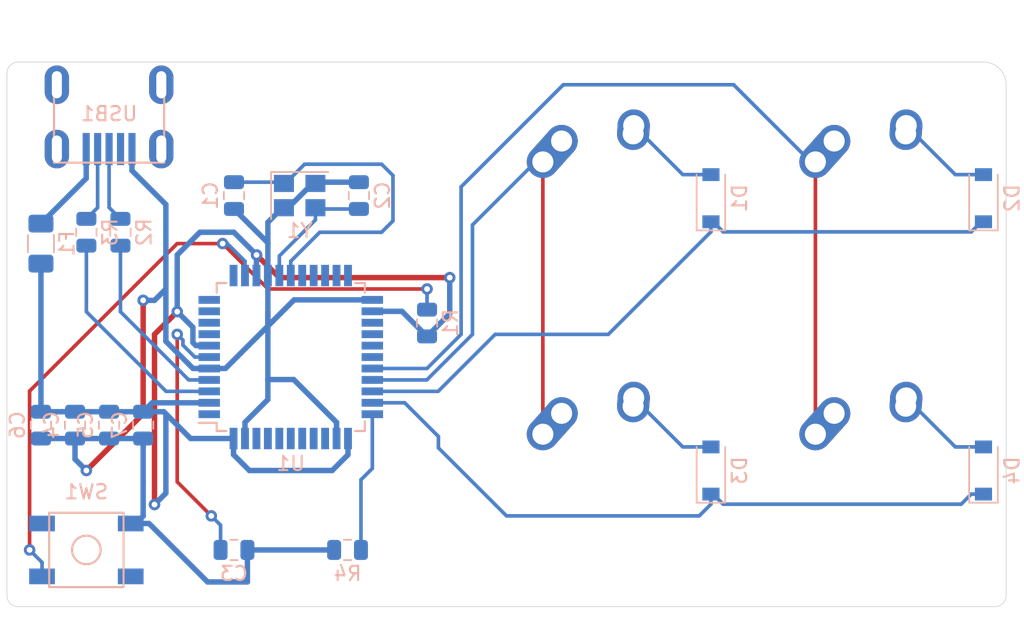
<source format=kicad_pcb>
(kicad_pcb (version 20171130) (host pcbnew "(5.1.4)-1")

  (general
    (thickness 1.6)
    (drawings 8)
    (tracks 193)
    (zones 0)
    (modules 24)
    (nets 45)
  )

  (page A4)
  (layers
    (0 F.Cu signal)
    (31 B.Cu signal)
    (32 B.Adhes user)
    (33 F.Adhes user)
    (34 B.Paste user)
    (35 F.Paste user)
    (36 B.SilkS user)
    (37 F.SilkS user)
    (38 B.Mask user)
    (39 F.Mask user)
    (40 Dwgs.User user)
    (41 Cmts.User user)
    (42 Eco1.User user)
    (43 Eco2.User user)
    (44 Edge.Cuts user)
    (45 Margin user)
    (46 B.CrtYd user)
    (47 F.CrtYd user)
    (48 B.Fab user)
    (49 F.Fab user)
  )

  (setup
    (last_trace_width 0.254)
    (trace_clearance 0.2)
    (zone_clearance 0.508)
    (zone_45_only no)
    (trace_min 0.2)
    (via_size 0.8)
    (via_drill 0.4)
    (via_min_size 0.4)
    (via_min_drill 0.3)
    (uvia_size 0.3)
    (uvia_drill 0.1)
    (uvias_allowed no)
    (uvia_min_size 0.2)
    (uvia_min_drill 0.1)
    (edge_width 0.05)
    (segment_width 0.2)
    (pcb_text_width 0.3)
    (pcb_text_size 1.5 1.5)
    (mod_edge_width 0.12)
    (mod_text_size 1 1)
    (mod_text_width 0.15)
    (pad_size 1.524 1.524)
    (pad_drill 0.762)
    (pad_to_mask_clearance 0.051)
    (solder_mask_min_width 0.25)
    (aux_axis_origin 0 0)
    (visible_elements 7FFFFFFF)
    (pcbplotparams
      (layerselection 0x010fc_ffffffff)
      (usegerberextensions false)
      (usegerberattributes false)
      (usegerberadvancedattributes false)
      (creategerberjobfile false)
      (excludeedgelayer true)
      (linewidth 0.100000)
      (plotframeref false)
      (viasonmask false)
      (mode 1)
      (useauxorigin false)
      (hpglpennumber 1)
      (hpglpenspeed 20)
      (hpglpendiameter 15.000000)
      (psnegative false)
      (psa4output false)
      (plotreference true)
      (plotvalue true)
      (plotinvisibletext false)
      (padsonsilk false)
      (subtractmaskfromsilk false)
      (outputformat 1)
      (mirror false)
      (drillshape 1)
      (scaleselection 1)
      (outputdirectory ""))
  )

  (net 0 "")
  (net 1 GND)
  (net 2 "Net-(C1-Pad1)")
  (net 3 "Net-(C2-Pad1)")
  (net 4 "Net-(C3-Pad1)")
  (net 5 +5V)
  (net 6 "Net-(D1-Pad2)")
  (net 7 ROW0)
  (net 8 "Net-(D2-Pad2)")
  (net 9 "Net-(D3-Pad2)")
  (net 10 ROW1)
  (net 11 "Net-(D4-Pad2)")
  (net 12 VCC)
  (net 13 COL0)
  (net 14 COL1)
  (net 15 "Net-(R1-Pad2)")
  (net 16 D+)
  (net 17 "Net-(R2-Pad1)")
  (net 18 D-)
  (net 19 "Net-(R3-Pad1)")
  (net 20 "Net-(R4-Pad2)")
  (net 21 "Net-(U1-Pad42)")
  (net 22 "Net-(U1-Pad41)")
  (net 23 "Net-(U1-Pad40)")
  (net 24 "Net-(U1-Pad39)")
  (net 25 "Net-(U1-Pad38)")
  (net 26 "Net-(U1-Pad37)")
  (net 27 "Net-(U1-Pad36)")
  (net 28 "Net-(U1-Pad28)")
  (net 29 "Net-(U1-Pad27)")
  (net 30 "Net-(U1-Pad26)")
  (net 31 "Net-(U1-Pad25)")
  (net 32 "Net-(U1-Pad22)")
  (net 33 "Net-(U1-Pad21)")
  (net 34 "Net-(U1-Pad20)")
  (net 35 "Net-(U1-Pad19)")
  (net 36 "Net-(U1-Pad18)")
  (net 37 "Net-(U1-Pad12)")
  (net 38 "Net-(U1-Pad11)")
  (net 39 "Net-(U1-Pad10)")
  (net 40 "Net-(U1-Pad9)")
  (net 41 "Net-(U1-Pad8)")
  (net 42 "Net-(U1-Pad1)")
  (net 43 "Net-(USB1-Pad2)")
  (net 44 "Net-(USB1-Pad6)")

  (net_class Default "This is the default net class."
    (clearance 0.2)
    (trace_width 0.254)
    (via_dia 0.8)
    (via_drill 0.4)
    (uvia_dia 0.3)
    (uvia_drill 0.1)
    (add_net COL0)
    (add_net COL1)
    (add_net D+)
    (add_net D-)
    (add_net "Net-(C1-Pad1)")
    (add_net "Net-(C2-Pad1)")
    (add_net "Net-(C3-Pad1)")
    (add_net "Net-(D1-Pad2)")
    (add_net "Net-(D2-Pad2)")
    (add_net "Net-(D3-Pad2)")
    (add_net "Net-(D4-Pad2)")
    (add_net "Net-(R1-Pad2)")
    (add_net "Net-(R2-Pad1)")
    (add_net "Net-(R3-Pad1)")
    (add_net "Net-(R4-Pad2)")
    (add_net "Net-(U1-Pad1)")
    (add_net "Net-(U1-Pad10)")
    (add_net "Net-(U1-Pad11)")
    (add_net "Net-(U1-Pad12)")
    (add_net "Net-(U1-Pad18)")
    (add_net "Net-(U1-Pad19)")
    (add_net "Net-(U1-Pad20)")
    (add_net "Net-(U1-Pad21)")
    (add_net "Net-(U1-Pad22)")
    (add_net "Net-(U1-Pad25)")
    (add_net "Net-(U1-Pad26)")
    (add_net "Net-(U1-Pad27)")
    (add_net "Net-(U1-Pad28)")
    (add_net "Net-(U1-Pad36)")
    (add_net "Net-(U1-Pad37)")
    (add_net "Net-(U1-Pad38)")
    (add_net "Net-(U1-Pad39)")
    (add_net "Net-(U1-Pad40)")
    (add_net "Net-(U1-Pad41)")
    (add_net "Net-(U1-Pad42)")
    (add_net "Net-(U1-Pad8)")
    (add_net "Net-(U1-Pad9)")
    (add_net "Net-(USB1-Pad2)")
    (add_net "Net-(USB1-Pad6)")
    (add_net ROW0)
    (add_net ROW1)
  )

  (net_class power ""
    (clearance 0.2)
    (trace_width 0.381)
    (via_dia 0.8)
    (via_drill 0.4)
    (uvia_dia 0.3)
    (uvia_drill 0.1)
    (add_net +5V)
    (add_net GND)
    (add_net VCC)
  )

  (module MX_Alps_Hybrid:MX-1U-NoLED (layer F.Cu) (tedit 5A9F5203) (tstamp 5F6E5817)
    (at 227.0125 84.1375)
    (path /5F756E2A)
    (fp_text reference MX4 (at 0 3.175) (layer Dwgs.User)
      (effects (font (size 1 1) (thickness 0.15)))
    )
    (fp_text value MX-NoLED (at 0 -7.9375) (layer Dwgs.User)
      (effects (font (size 1 1) (thickness 0.15)))
    )
    (fp_line (start 5 -7) (end 7 -7) (layer Dwgs.User) (width 0.15))
    (fp_line (start 7 -7) (end 7 -5) (layer Dwgs.User) (width 0.15))
    (fp_line (start 5 7) (end 7 7) (layer Dwgs.User) (width 0.15))
    (fp_line (start 7 7) (end 7 5) (layer Dwgs.User) (width 0.15))
    (fp_line (start -7 5) (end -7 7) (layer Dwgs.User) (width 0.15))
    (fp_line (start -7 7) (end -5 7) (layer Dwgs.User) (width 0.15))
    (fp_line (start -5 -7) (end -7 -7) (layer Dwgs.User) (width 0.15))
    (fp_line (start -7 -7) (end -7 -5) (layer Dwgs.User) (width 0.15))
    (fp_line (start -9.525 -9.525) (end 9.525 -9.525) (layer Dwgs.User) (width 0.15))
    (fp_line (start 9.525 -9.525) (end 9.525 9.525) (layer Dwgs.User) (width 0.15))
    (fp_line (start 9.525 9.525) (end -9.525 9.525) (layer Dwgs.User) (width 0.15))
    (fp_line (start -9.525 9.525) (end -9.525 -9.525) (layer Dwgs.User) (width 0.15))
    (pad 2 thru_hole oval (at 2.5 -4.5 86.0548) (size 2.831378 2.25) (drill 1.47 (offset 0.290689 0)) (layers *.Cu B.Mask)
      (net 11 "Net-(D4-Pad2)"))
    (pad 2 thru_hole circle (at 2.54 -5.08) (size 2.25 2.25) (drill 1.47) (layers *.Cu B.Mask)
      (net 11 "Net-(D4-Pad2)"))
    (pad 1 thru_hole oval (at -3.81 -2.54 48.0996) (size 4.211556 2.25) (drill 1.47 (offset 0.980778 0)) (layers *.Cu B.Mask)
      (net 14 COL1))
    (pad "" np_thru_hole circle (at 0 0) (size 3.9878 3.9878) (drill 3.9878) (layers *.Cu *.Mask))
    (pad 1 thru_hole circle (at -2.5 -4) (size 2.25 2.25) (drill 1.47) (layers *.Cu B.Mask)
      (net 14 COL1))
    (pad "" np_thru_hole circle (at -5.08 0 48.0996) (size 1.75 1.75) (drill 1.75) (layers *.Cu *.Mask))
    (pad "" np_thru_hole circle (at 5.08 0 48.0996) (size 1.75 1.75) (drill 1.75) (layers *.Cu *.Mask))
  )

  (module Crystal:Crystal_SMD_3225-4Pin_3.2x2.5mm (layer B.Cu) (tedit 5A0FD1B2) (tstamp 5F6E3CAD)
    (at 187.15355 64.90335)
    (descr "SMD Crystal SERIES SMD3225/4 http://www.txccrystal.com/images/pdf/7m-accuracy.pdf, 3.2x2.5mm^2 package")
    (tags "SMD SMT crystal")
    (path /5F6FB633)
    (attr smd)
    (fp_text reference Y1 (at 0 2.45) (layer B.SilkS)
      (effects (font (size 1 1) (thickness 0.15)) (justify mirror))
    )
    (fp_text value 16MHz (at 0 -2.45) (layer B.Fab)
      (effects (font (size 1 1) (thickness 0.15)) (justify mirror))
    )
    (fp_line (start 2.1 1.7) (end -2.1 1.7) (layer B.CrtYd) (width 0.05))
    (fp_line (start 2.1 -1.7) (end 2.1 1.7) (layer B.CrtYd) (width 0.05))
    (fp_line (start -2.1 -1.7) (end 2.1 -1.7) (layer B.CrtYd) (width 0.05))
    (fp_line (start -2.1 1.7) (end -2.1 -1.7) (layer B.CrtYd) (width 0.05))
    (fp_line (start -2 -1.65) (end 2 -1.65) (layer B.SilkS) (width 0.12))
    (fp_line (start -2 1.65) (end -2 -1.65) (layer B.SilkS) (width 0.12))
    (fp_line (start -1.6 -0.25) (end -0.6 -1.25) (layer B.Fab) (width 0.1))
    (fp_line (start 1.6 1.25) (end -1.6 1.25) (layer B.Fab) (width 0.1))
    (fp_line (start 1.6 -1.25) (end 1.6 1.25) (layer B.Fab) (width 0.1))
    (fp_line (start -1.6 -1.25) (end 1.6 -1.25) (layer B.Fab) (width 0.1))
    (fp_line (start -1.6 1.25) (end -1.6 -1.25) (layer B.Fab) (width 0.1))
    (fp_text user %R (at 0 0) (layer B.Fab)
      (effects (font (size 0.7 0.7) (thickness 0.105)) (justify mirror))
    )
    (pad 4 smd rect (at -1.1 0.85) (size 1.4 1.2) (layers B.Cu B.Paste B.Mask)
      (net 1 GND))
    (pad 3 smd rect (at 1.1 0.85) (size 1.4 1.2) (layers B.Cu B.Paste B.Mask)
      (net 3 "Net-(C2-Pad1)"))
    (pad 2 smd rect (at 1.1 -0.85) (size 1.4 1.2) (layers B.Cu B.Paste B.Mask)
      (net 1 GND))
    (pad 1 smd rect (at -1.1 -0.85) (size 1.4 1.2) (layers B.Cu B.Paste B.Mask)
      (net 2 "Net-(C1-Pad1)"))
    (model ${KISYS3DMOD}/Crystal.3dshapes/Crystal_SMD_3225-4Pin_3.2x2.5mm.wrl
      (at (xyz 0 0 0))
      (scale (xyz 1 1 1))
      (rotate (xyz 0 0 0))
    )
  )

  (module random-keyboard-parts:Molex-0548190589 (layer B.Cu) (tedit 5C494815) (tstamp 5F6E3C99)
    (at 173.83125 57.15 270)
    (path /5F71330A)
    (attr smd)
    (fp_text reference USB1 (at 2.032 0) (layer B.SilkS)
      (effects (font (size 1 1) (thickness 0.15)) (justify mirror))
    )
    (fp_text value Molex-0548190589 (at -5.08 0) (layer Dwgs.User)
      (effects (font (size 1 1) (thickness 0.15)))
    )
    (fp_line (start -3.75 3.85) (end -3.75 -3.85) (layer Dwgs.User) (width 0.15))
    (fp_line (start -1.75 4.572) (end -1.75 -4.572) (layer Dwgs.User) (width 0.15))
    (fp_line (start -3.75 -3.85) (end 0 -3.85) (layer Dwgs.User) (width 0.15))
    (fp_line (start -3.75 3.85) (end 0 3.85) (layer Dwgs.User) (width 0.15))
    (fp_line (start 5.45 3.85) (end 5.45 -3.85) (layer B.SilkS) (width 0.15))
    (fp_line (start 0 -3.85) (end 5.45 -3.85) (layer B.SilkS) (width 0.15))
    (fp_line (start 0 3.85) (end 5.45 3.85) (layer B.SilkS) (width 0.15))
    (fp_line (start -3.75 3.75) (end 5.5 3.75) (layer B.CrtYd) (width 0.15))
    (fp_line (start 5.5 3.75) (end 5.5 -3.75) (layer B.CrtYd) (width 0.15))
    (fp_line (start 5.5 -3.75) (end -3.75 -3.75) (layer B.CrtYd) (width 0.15))
    (fp_line (start -3.75 -3.75) (end -3.75 3.75) (layer B.CrtYd) (width 0.15))
    (fp_line (start 5.5 2) (end 3.25 2) (layer B.CrtYd) (width 0.15))
    (fp_line (start 3.25 2) (end 3.25 -2) (layer B.CrtYd) (width 0.15))
    (fp_line (start 3.25 -2) (end 5.5 -2) (layer B.CrtYd) (width 0.15))
    (fp_line (start 5.5 -1.25) (end 3.25 -1.25) (layer B.CrtYd) (width 0.15))
    (fp_line (start 3.25 -0.5) (end 5.5 -0.5) (layer B.CrtYd) (width 0.15))
    (fp_line (start 5.5 0.5) (end 3.25 0.5) (layer B.CrtYd) (width 0.15))
    (fp_line (start 3.25 1.25) (end 5.5 1.25) (layer B.CrtYd) (width 0.15))
    (fp_text user %R (at 2 0) (layer B.CrtYd)
      (effects (font (size 1 1) (thickness 0.15)) (justify mirror))
    )
    (pad 1 smd rect (at 4.5 -1.6 270) (size 2.25 0.5) (layers B.Cu B.Paste B.Mask)
      (net 1 GND))
    (pad 2 smd rect (at 4.5 -0.8 270) (size 2.25 0.5) (layers B.Cu B.Paste B.Mask)
      (net 43 "Net-(USB1-Pad2)"))
    (pad 3 smd rect (at 4.5 0 270) (size 2.25 0.5) (layers B.Cu B.Paste B.Mask)
      (net 16 D+))
    (pad 4 smd rect (at 4.5 0.8 270) (size 2.25 0.5) (layers B.Cu B.Paste B.Mask)
      (net 18 D-))
    (pad 5 smd rect (at 4.5 1.6 270) (size 2.25 0.5) (layers B.Cu B.Paste B.Mask)
      (net 12 VCC))
    (pad 6 thru_hole oval (at 4.5 3.65 270) (size 2.7 1.7) (drill oval 1.9 0.7) (layers *.Cu *.Mask)
      (net 44 "Net-(USB1-Pad6)"))
    (pad 6 thru_hole oval (at 4.5 -3.65 270) (size 2.7 1.7) (drill oval 1.9 0.7) (layers *.Cu *.Mask)
      (net 44 "Net-(USB1-Pad6)"))
    (pad 6 thru_hole oval (at 0 -3.65 270) (size 2.7 1.7) (drill oval 1.9 0.7) (layers *.Cu *.Mask)
      (net 44 "Net-(USB1-Pad6)"))
    (pad 6 thru_hole oval (at 0 3.65 270) (size 2.7 1.7) (drill oval 1.9 0.7) (layers *.Cu *.Mask)
      (net 44 "Net-(USB1-Pad6)"))
  )

  (module Package_QFP:TQFP-44_10x10mm_P0.8mm (layer B.Cu) (tedit 5A02F146) (tstamp 5F6E6239)
    (at 186.53125 76.2)
    (descr "44-Lead Plastic Thin Quad Flatpack (PT) - 10x10x1.0 mm Body [TQFP] (see Microchip Packaging Specification 00000049BS.pdf)")
    (tags "QFP 0.8")
    (path /5F6E1965)
    (attr smd)
    (fp_text reference U1 (at 0 7.45) (layer B.SilkS)
      (effects (font (size 1 1) (thickness 0.15)) (justify mirror))
    )
    (fp_text value ATmega32U4-AU (at 0 -7.45) (layer B.Fab)
      (effects (font (size 1 1) (thickness 0.15)) (justify mirror))
    )
    (fp_text user %R (at 0 0) (layer B.Fab)
      (effects (font (size 1 1) (thickness 0.15)) (justify mirror))
    )
    (fp_line (start -4 5) (end 5 5) (layer B.Fab) (width 0.15))
    (fp_line (start 5 5) (end 5 -5) (layer B.Fab) (width 0.15))
    (fp_line (start 5 -5) (end -5 -5) (layer B.Fab) (width 0.15))
    (fp_line (start -5 -5) (end -5 4) (layer B.Fab) (width 0.15))
    (fp_line (start -5 4) (end -4 5) (layer B.Fab) (width 0.15))
    (fp_line (start -6.7 6.7) (end -6.7 -6.7) (layer B.CrtYd) (width 0.05))
    (fp_line (start 6.7 6.7) (end 6.7 -6.7) (layer B.CrtYd) (width 0.05))
    (fp_line (start -6.7 6.7) (end 6.7 6.7) (layer B.CrtYd) (width 0.05))
    (fp_line (start -6.7 -6.7) (end 6.7 -6.7) (layer B.CrtYd) (width 0.05))
    (fp_line (start -5.175 5.175) (end -5.175 4.6) (layer B.SilkS) (width 0.15))
    (fp_line (start 5.175 5.175) (end 5.175 4.5) (layer B.SilkS) (width 0.15))
    (fp_line (start 5.175 -5.175) (end 5.175 -4.5) (layer B.SilkS) (width 0.15))
    (fp_line (start -5.175 -5.175) (end -5.175 -4.5) (layer B.SilkS) (width 0.15))
    (fp_line (start -5.175 5.175) (end -4.5 5.175) (layer B.SilkS) (width 0.15))
    (fp_line (start -5.175 -5.175) (end -4.5 -5.175) (layer B.SilkS) (width 0.15))
    (fp_line (start 5.175 -5.175) (end 4.5 -5.175) (layer B.SilkS) (width 0.15))
    (fp_line (start 5.175 5.175) (end 4.5 5.175) (layer B.SilkS) (width 0.15))
    (fp_line (start -5.175 4.6) (end -6.45 4.6) (layer B.SilkS) (width 0.15))
    (pad 1 smd rect (at -5.7 4) (size 1.5 0.55) (layers B.Cu B.Paste B.Mask)
      (net 42 "Net-(U1-Pad1)"))
    (pad 2 smd rect (at -5.7 3.2) (size 1.5 0.55) (layers B.Cu B.Paste B.Mask)
      (net 5 +5V))
    (pad 3 smd rect (at -5.7 2.4) (size 1.5 0.55) (layers B.Cu B.Paste B.Mask)
      (net 19 "Net-(R3-Pad1)"))
    (pad 4 smd rect (at -5.7 1.6) (size 1.5 0.55) (layers B.Cu B.Paste B.Mask)
      (net 17 "Net-(R2-Pad1)"))
    (pad 5 smd rect (at -5.7 0.8) (size 1.5 0.55) (layers B.Cu B.Paste B.Mask)
      (net 1 GND))
    (pad 6 smd rect (at -5.7 0) (size 1.5 0.55) (layers B.Cu B.Paste B.Mask)
      (net 4 "Net-(C3-Pad1)"))
    (pad 7 smd rect (at -5.7 -0.8) (size 1.5 0.55) (layers B.Cu B.Paste B.Mask)
      (net 5 +5V))
    (pad 8 smd rect (at -5.7 -1.6) (size 1.5 0.55) (layers B.Cu B.Paste B.Mask)
      (net 41 "Net-(U1-Pad8)"))
    (pad 9 smd rect (at -5.7 -2.4) (size 1.5 0.55) (layers B.Cu B.Paste B.Mask)
      (net 40 "Net-(U1-Pad9)"))
    (pad 10 smd rect (at -5.7 -3.2) (size 1.5 0.55) (layers B.Cu B.Paste B.Mask)
      (net 39 "Net-(U1-Pad10)"))
    (pad 11 smd rect (at -5.7 -4) (size 1.5 0.55) (layers B.Cu B.Paste B.Mask)
      (net 38 "Net-(U1-Pad11)"))
    (pad 12 smd rect (at -4 -5.7 270) (size 1.5 0.55) (layers B.Cu B.Paste B.Mask)
      (net 37 "Net-(U1-Pad12)"))
    (pad 13 smd rect (at -3.2 -5.7 270) (size 1.5 0.55) (layers B.Cu B.Paste B.Mask)
      (net 15 "Net-(R1-Pad2)"))
    (pad 14 smd rect (at -2.4 -5.7 270) (size 1.5 0.55) (layers B.Cu B.Paste B.Mask)
      (net 5 +5V))
    (pad 15 smd rect (at -1.6 -5.7 270) (size 1.5 0.55) (layers B.Cu B.Paste B.Mask)
      (net 1 GND))
    (pad 16 smd rect (at -0.8 -5.7 270) (size 1.5 0.55) (layers B.Cu B.Paste B.Mask)
      (net 3 "Net-(C2-Pad1)"))
    (pad 17 smd rect (at 0 -5.7 270) (size 1.5 0.55) (layers B.Cu B.Paste B.Mask)
      (net 2 "Net-(C1-Pad1)"))
    (pad 18 smd rect (at 0.8 -5.7 270) (size 1.5 0.55) (layers B.Cu B.Paste B.Mask)
      (net 36 "Net-(U1-Pad18)"))
    (pad 19 smd rect (at 1.6 -5.7 270) (size 1.5 0.55) (layers B.Cu B.Paste B.Mask)
      (net 35 "Net-(U1-Pad19)"))
    (pad 20 smd rect (at 2.4 -5.7 270) (size 1.5 0.55) (layers B.Cu B.Paste B.Mask)
      (net 34 "Net-(U1-Pad20)"))
    (pad 21 smd rect (at 3.2 -5.7 270) (size 1.5 0.55) (layers B.Cu B.Paste B.Mask)
      (net 33 "Net-(U1-Pad21)"))
    (pad 22 smd rect (at 4 -5.7 270) (size 1.5 0.55) (layers B.Cu B.Paste B.Mask)
      (net 32 "Net-(U1-Pad22)"))
    (pad 23 smd rect (at 5.7 -4) (size 1.5 0.55) (layers B.Cu B.Paste B.Mask)
      (net 1 GND))
    (pad 24 smd rect (at 5.7 -3.2) (size 1.5 0.55) (layers B.Cu B.Paste B.Mask)
      (net 5 +5V))
    (pad 25 smd rect (at 5.7 -2.4) (size 1.5 0.55) (layers B.Cu B.Paste B.Mask)
      (net 31 "Net-(U1-Pad25)"))
    (pad 26 smd rect (at 5.7 -1.6) (size 1.5 0.55) (layers B.Cu B.Paste B.Mask)
      (net 30 "Net-(U1-Pad26)"))
    (pad 27 smd rect (at 5.7 -0.8) (size 1.5 0.55) (layers B.Cu B.Paste B.Mask)
      (net 29 "Net-(U1-Pad27)"))
    (pad 28 smd rect (at 5.7 0) (size 1.5 0.55) (layers B.Cu B.Paste B.Mask)
      (net 28 "Net-(U1-Pad28)"))
    (pad 29 smd rect (at 5.7 0.8) (size 1.5 0.55) (layers B.Cu B.Paste B.Mask)
      (net 14 COL1))
    (pad 30 smd rect (at 5.7 1.6) (size 1.5 0.55) (layers B.Cu B.Paste B.Mask)
      (net 13 COL0))
    (pad 31 smd rect (at 5.7 2.4) (size 1.5 0.55) (layers B.Cu B.Paste B.Mask)
      (net 7 ROW0))
    (pad 32 smd rect (at 5.7 3.2) (size 1.5 0.55) (layers B.Cu B.Paste B.Mask)
      (net 10 ROW1))
    (pad 33 smd rect (at 5.7 4) (size 1.5 0.55) (layers B.Cu B.Paste B.Mask)
      (net 20 "Net-(R4-Pad2)"))
    (pad 34 smd rect (at 4 5.7 270) (size 1.5 0.55) (layers B.Cu B.Paste B.Mask)
      (net 5 +5V))
    (pad 35 smd rect (at 3.2 5.7 270) (size 1.5 0.55) (layers B.Cu B.Paste B.Mask)
      (net 1 GND))
    (pad 36 smd rect (at 2.4 5.7 270) (size 1.5 0.55) (layers B.Cu B.Paste B.Mask)
      (net 27 "Net-(U1-Pad36)"))
    (pad 37 smd rect (at 1.6 5.7 270) (size 1.5 0.55) (layers B.Cu B.Paste B.Mask)
      (net 26 "Net-(U1-Pad37)"))
    (pad 38 smd rect (at 0.8 5.7 270) (size 1.5 0.55) (layers B.Cu B.Paste B.Mask)
      (net 25 "Net-(U1-Pad38)"))
    (pad 39 smd rect (at 0 5.7 270) (size 1.5 0.55) (layers B.Cu B.Paste B.Mask)
      (net 24 "Net-(U1-Pad39)"))
    (pad 40 smd rect (at -0.8 5.7 270) (size 1.5 0.55) (layers B.Cu B.Paste B.Mask)
      (net 23 "Net-(U1-Pad40)"))
    (pad 41 smd rect (at -1.6 5.7 270) (size 1.5 0.55) (layers B.Cu B.Paste B.Mask)
      (net 22 "Net-(U1-Pad41)"))
    (pad 42 smd rect (at -2.4 5.7 270) (size 1.5 0.55) (layers B.Cu B.Paste B.Mask)
      (net 21 "Net-(U1-Pad42)"))
    (pad 43 smd rect (at -3.2 5.7 270) (size 1.5 0.55) (layers B.Cu B.Paste B.Mask)
      (net 1 GND))
    (pad 44 smd rect (at -4 5.7 270) (size 1.5 0.55) (layers B.Cu B.Paste B.Mask)
      (net 5 +5V))
    (model ${KISYS3DMOD}/Package_QFP.3dshapes/TQFP-44_10x10mm_P0.8mm.wrl
      (at (xyz 0 0 0))
      (scale (xyz 1 1 1))
      (rotate (xyz 0 0 0))
    )
  )

  (module random-keyboard-parts:SKQG-1155865 (layer B.Cu) (tedit 5E62B398) (tstamp 5F6E3C53)
    (at 172.24375 89.69375)
    (path /5F706FE9)
    (attr smd)
    (fp_text reference SW1 (at 0 -4.064) (layer B.SilkS)
      (effects (font (size 1 1) (thickness 0.15)) (justify mirror))
    )
    (fp_text value SW_Push (at 0 4.064) (layer B.Fab)
      (effects (font (size 1 1) (thickness 0.15)) (justify mirror))
    )
    (fp_line (start -2.6 2.6) (end 2.6 2.6) (layer B.SilkS) (width 0.15))
    (fp_line (start 2.6 2.6) (end 2.6 -2.6) (layer B.SilkS) (width 0.15))
    (fp_line (start 2.6 -2.6) (end -2.6 -2.6) (layer B.SilkS) (width 0.15))
    (fp_line (start -2.6 -2.6) (end -2.6 2.6) (layer B.SilkS) (width 0.15))
    (fp_circle (center 0 0) (end 1 0) (layer B.SilkS) (width 0.15))
    (fp_line (start -4.2 2.6) (end 4.2 2.6) (layer B.Fab) (width 0.15))
    (fp_line (start 4.2 2.6) (end 4.2 1.2) (layer B.Fab) (width 0.15))
    (fp_line (start 4.2 1.1) (end 2.6 1.1) (layer B.Fab) (width 0.15))
    (fp_line (start 2.6 1.1) (end 2.6 -1.1) (layer B.Fab) (width 0.15))
    (fp_line (start 2.6 -1.1) (end 4.2 -1.1) (layer B.Fab) (width 0.15))
    (fp_line (start 4.2 -1.1) (end 4.2 -2.6) (layer B.Fab) (width 0.15))
    (fp_line (start 4.2 -2.6) (end -4.2 -2.6) (layer B.Fab) (width 0.15))
    (fp_line (start -4.2 -2.6) (end -4.2 -1.1) (layer B.Fab) (width 0.15))
    (fp_line (start -4.2 -1.1) (end -2.6 -1.1) (layer B.Fab) (width 0.15))
    (fp_line (start -2.6 -1.1) (end -2.6 1.1) (layer B.Fab) (width 0.15))
    (fp_line (start -2.6 1.1) (end -4.2 1.1) (layer B.Fab) (width 0.15))
    (fp_line (start -4.2 1.1) (end -4.2 2.6) (layer B.Fab) (width 0.15))
    (fp_circle (center 0 0) (end 1 0) (layer B.Fab) (width 0.15))
    (fp_line (start -2.6 1.1) (end -1.1 2.6) (layer B.Fab) (width 0.15))
    (fp_line (start 2.6 1.1) (end 1.1 2.6) (layer B.Fab) (width 0.15))
    (fp_line (start 2.6 -1.1) (end 1.1 -2.6) (layer B.Fab) (width 0.15))
    (fp_line (start -2.6 -1.1) (end -1.1 -2.6) (layer B.Fab) (width 0.15))
    (pad 4 smd rect (at -3.1 -1.85) (size 1.8 1.1) (layers B.Cu B.Paste B.Mask))
    (pad 3 smd rect (at 3.1 1.85) (size 1.8 1.1) (layers B.Cu B.Paste B.Mask))
    (pad 2 smd rect (at -3.1 1.85) (size 1.8 1.1) (layers B.Cu B.Paste B.Mask)
      (net 15 "Net-(R1-Pad2)"))
    (pad 1 smd rect (at 3.1 -1.85) (size 1.8 1.1) (layers B.Cu B.Paste B.Mask)
      (net 1 GND))
    (model ${KISYS3DMOD}/Button_Switch_SMD.3dshapes/SW_SPST_TL3342.step
      (at (xyz 0 0 0))
      (scale (xyz 1 1 1))
      (rotate (xyz 0 0 0))
    )
  )

  (module Resistor_SMD:R_0805_2012Metric (layer B.Cu) (tedit 5B36C52B) (tstamp 5F6E3C50)
    (at 190.5 89.69375)
    (descr "Resistor SMD 0805 (2012 Metric), square (rectangular) end terminal, IPC_7351 nominal, (Body size source: https://docs.google.com/spreadsheets/d/1BsfQQcO9C6DZCsRaXUlFlo91Tg2WpOkGARC1WS5S8t0/edit?usp=sharing), generated with kicad-footprint-generator")
    (tags resistor)
    (path /5F6E556E)
    (attr smd)
    (fp_text reference R4 (at 0 1.65) (layer B.SilkS)
      (effects (font (size 1 1) (thickness 0.15)) (justify mirror))
    )
    (fp_text value 10k (at 0 -1.65) (layer B.Fab)
      (effects (font (size 1 1) (thickness 0.15)) (justify mirror))
    )
    (fp_text user %R (at 0 0) (layer B.Fab)
      (effects (font (size 0.5 0.5) (thickness 0.08)) (justify mirror))
    )
    (fp_line (start 1.68 -0.95) (end -1.68 -0.95) (layer B.CrtYd) (width 0.05))
    (fp_line (start 1.68 0.95) (end 1.68 -0.95) (layer B.CrtYd) (width 0.05))
    (fp_line (start -1.68 0.95) (end 1.68 0.95) (layer B.CrtYd) (width 0.05))
    (fp_line (start -1.68 -0.95) (end -1.68 0.95) (layer B.CrtYd) (width 0.05))
    (fp_line (start -0.258578 -0.71) (end 0.258578 -0.71) (layer B.SilkS) (width 0.12))
    (fp_line (start -0.258578 0.71) (end 0.258578 0.71) (layer B.SilkS) (width 0.12))
    (fp_line (start 1 -0.6) (end -1 -0.6) (layer B.Fab) (width 0.1))
    (fp_line (start 1 0.6) (end 1 -0.6) (layer B.Fab) (width 0.1))
    (fp_line (start -1 0.6) (end 1 0.6) (layer B.Fab) (width 0.1))
    (fp_line (start -1 -0.6) (end -1 0.6) (layer B.Fab) (width 0.1))
    (pad 2 smd roundrect (at 0.9375 0) (size 0.975 1.4) (layers B.Cu B.Paste B.Mask) (roundrect_rratio 0.25)
      (net 20 "Net-(R4-Pad2)"))
    (pad 1 smd roundrect (at -0.9375 0) (size 0.975 1.4) (layers B.Cu B.Paste B.Mask) (roundrect_rratio 0.25)
      (net 1 GND))
    (model ${KISYS3DMOD}/Resistor_SMD.3dshapes/R_0805_2012Metric.wrl
      (at (xyz 0 0 0))
      (scale (xyz 1 1 1))
      (rotate (xyz 0 0 0))
    )
  )

  (module Resistor_SMD:R_0805_2012Metric (layer B.Cu) (tedit 5B36C52B) (tstamp 5F6E3C3F)
    (at 172.24375 67.46875 90)
    (descr "Resistor SMD 0805 (2012 Metric), square (rectangular) end terminal, IPC_7351 nominal, (Body size source: https://docs.google.com/spreadsheets/d/1BsfQQcO9C6DZCsRaXUlFlo91Tg2WpOkGARC1WS5S8t0/edit?usp=sharing), generated with kicad-footprint-generator")
    (tags resistor)
    (path /5F6EDFC4)
    (attr smd)
    (fp_text reference R3 (at 0 1.65 270) (layer B.SilkS)
      (effects (font (size 1 1) (thickness 0.15)) (justify mirror))
    )
    (fp_text value 22 (at 0 -1.65 270) (layer B.Fab)
      (effects (font (size 1 1) (thickness 0.15)) (justify mirror))
    )
    (fp_text user %R (at 0 0 270) (layer B.Fab)
      (effects (font (size 0.5 0.5) (thickness 0.08)) (justify mirror))
    )
    (fp_line (start 1.68 -0.95) (end -1.68 -0.95) (layer B.CrtYd) (width 0.05))
    (fp_line (start 1.68 0.95) (end 1.68 -0.95) (layer B.CrtYd) (width 0.05))
    (fp_line (start -1.68 0.95) (end 1.68 0.95) (layer B.CrtYd) (width 0.05))
    (fp_line (start -1.68 -0.95) (end -1.68 0.95) (layer B.CrtYd) (width 0.05))
    (fp_line (start -0.258578 -0.71) (end 0.258578 -0.71) (layer B.SilkS) (width 0.12))
    (fp_line (start -0.258578 0.71) (end 0.258578 0.71) (layer B.SilkS) (width 0.12))
    (fp_line (start 1 -0.6) (end -1 -0.6) (layer B.Fab) (width 0.1))
    (fp_line (start 1 0.6) (end 1 -0.6) (layer B.Fab) (width 0.1))
    (fp_line (start -1 0.6) (end 1 0.6) (layer B.Fab) (width 0.1))
    (fp_line (start -1 -0.6) (end -1 0.6) (layer B.Fab) (width 0.1))
    (pad 2 smd roundrect (at 0.9375 0 90) (size 0.975 1.4) (layers B.Cu B.Paste B.Mask) (roundrect_rratio 0.25)
      (net 18 D-))
    (pad 1 smd roundrect (at -0.9375 0 90) (size 0.975 1.4) (layers B.Cu B.Paste B.Mask) (roundrect_rratio 0.25)
      (net 19 "Net-(R3-Pad1)"))
    (model ${KISYS3DMOD}/Resistor_SMD.3dshapes/R_0805_2012Metric.wrl
      (at (xyz 0 0 0))
      (scale (xyz 1 1 1))
      (rotate (xyz 0 0 0))
    )
  )

  (module Resistor_SMD:R_0805_2012Metric (layer B.Cu) (tedit 5B36C52B) (tstamp 5F6E3C2E)
    (at 174.625 67.46875 90)
    (descr "Resistor SMD 0805 (2012 Metric), square (rectangular) end terminal, IPC_7351 nominal, (Body size source: https://docs.google.com/spreadsheets/d/1BsfQQcO9C6DZCsRaXUlFlo91Tg2WpOkGARC1WS5S8t0/edit?usp=sharing), generated with kicad-footprint-generator")
    (tags resistor)
    (path /5F6EAFDD)
    (attr smd)
    (fp_text reference R2 (at 0 1.65 90) (layer B.SilkS)
      (effects (font (size 1 1) (thickness 0.15)) (justify mirror))
    )
    (fp_text value 22 (at 0 -1.65 90) (layer B.Fab)
      (effects (font (size 1 1) (thickness 0.15)) (justify mirror))
    )
    (fp_text user %R (at 0 0 90) (layer B.Fab)
      (effects (font (size 0.5 0.5) (thickness 0.08)) (justify mirror))
    )
    (fp_line (start 1.68 -0.95) (end -1.68 -0.95) (layer B.CrtYd) (width 0.05))
    (fp_line (start 1.68 0.95) (end 1.68 -0.95) (layer B.CrtYd) (width 0.05))
    (fp_line (start -1.68 0.95) (end 1.68 0.95) (layer B.CrtYd) (width 0.05))
    (fp_line (start -1.68 -0.95) (end -1.68 0.95) (layer B.CrtYd) (width 0.05))
    (fp_line (start -0.258578 -0.71) (end 0.258578 -0.71) (layer B.SilkS) (width 0.12))
    (fp_line (start -0.258578 0.71) (end 0.258578 0.71) (layer B.SilkS) (width 0.12))
    (fp_line (start 1 -0.6) (end -1 -0.6) (layer B.Fab) (width 0.1))
    (fp_line (start 1 0.6) (end 1 -0.6) (layer B.Fab) (width 0.1))
    (fp_line (start -1 0.6) (end 1 0.6) (layer B.Fab) (width 0.1))
    (fp_line (start -1 -0.6) (end -1 0.6) (layer B.Fab) (width 0.1))
    (pad 2 smd roundrect (at 0.9375 0 90) (size 0.975 1.4) (layers B.Cu B.Paste B.Mask) (roundrect_rratio 0.25)
      (net 16 D+))
    (pad 1 smd roundrect (at -0.9375 0 90) (size 0.975 1.4) (layers B.Cu B.Paste B.Mask) (roundrect_rratio 0.25)
      (net 17 "Net-(R2-Pad1)"))
    (model ${KISYS3DMOD}/Resistor_SMD.3dshapes/R_0805_2012Metric.wrl
      (at (xyz 0 0 0))
      (scale (xyz 1 1 1))
      (rotate (xyz 0 0 0))
    )
  )

  (module Resistor_SMD:R_0805_2012Metric (layer B.Cu) (tedit 5B36C52B) (tstamp 5F6E3C1D)
    (at 196.05625 73.81875 90)
    (descr "Resistor SMD 0805 (2012 Metric), square (rectangular) end terminal, IPC_7351 nominal, (Body size source: https://docs.google.com/spreadsheets/d/1BsfQQcO9C6DZCsRaXUlFlo91Tg2WpOkGARC1WS5S8t0/edit?usp=sharing), generated with kicad-footprint-generator")
    (tags resistor)
    (path /5F709C7A)
    (attr smd)
    (fp_text reference R1 (at 0 1.65 90) (layer B.SilkS)
      (effects (font (size 1 1) (thickness 0.15)) (justify mirror))
    )
    (fp_text value 10k (at 0 -1.65 90) (layer B.Fab)
      (effects (font (size 1 1) (thickness 0.15)) (justify mirror))
    )
    (fp_text user %R (at 0 0 90) (layer B.Fab)
      (effects (font (size 0.5 0.5) (thickness 0.08)) (justify mirror))
    )
    (fp_line (start 1.68 -0.95) (end -1.68 -0.95) (layer B.CrtYd) (width 0.05))
    (fp_line (start 1.68 0.95) (end 1.68 -0.95) (layer B.CrtYd) (width 0.05))
    (fp_line (start -1.68 0.95) (end 1.68 0.95) (layer B.CrtYd) (width 0.05))
    (fp_line (start -1.68 -0.95) (end -1.68 0.95) (layer B.CrtYd) (width 0.05))
    (fp_line (start -0.258578 -0.71) (end 0.258578 -0.71) (layer B.SilkS) (width 0.12))
    (fp_line (start -0.258578 0.71) (end 0.258578 0.71) (layer B.SilkS) (width 0.12))
    (fp_line (start 1 -0.6) (end -1 -0.6) (layer B.Fab) (width 0.1))
    (fp_line (start 1 0.6) (end 1 -0.6) (layer B.Fab) (width 0.1))
    (fp_line (start -1 0.6) (end 1 0.6) (layer B.Fab) (width 0.1))
    (fp_line (start -1 -0.6) (end -1 0.6) (layer B.Fab) (width 0.1))
    (pad 2 smd roundrect (at 0.9375 0 90) (size 0.975 1.4) (layers B.Cu B.Paste B.Mask) (roundrect_rratio 0.25)
      (net 15 "Net-(R1-Pad2)"))
    (pad 1 smd roundrect (at -0.9375 0 90) (size 0.975 1.4) (layers B.Cu B.Paste B.Mask) (roundrect_rratio 0.25)
      (net 5 +5V))
    (model ${KISYS3DMOD}/Resistor_SMD.3dshapes/R_0805_2012Metric.wrl
      (at (xyz 0 0 0))
      (scale (xyz 1 1 1))
      (rotate (xyz 0 0 0))
    )
  )

  (module MX_Alps_Hybrid:MX-1U-NoLED (layer F.Cu) (tedit 5A9F5203) (tstamp 5F6E5859)
    (at 207.9625 84.1375)
    (path /5F754661)
    (fp_text reference MX3 (at 0 3.175) (layer Dwgs.User)
      (effects (font (size 1 1) (thickness 0.15)))
    )
    (fp_text value MX-NoLED (at 0 -7.9375) (layer Dwgs.User)
      (effects (font (size 1 1) (thickness 0.15)))
    )
    (fp_line (start 5 -7) (end 7 -7) (layer Dwgs.User) (width 0.15))
    (fp_line (start 7 -7) (end 7 -5) (layer Dwgs.User) (width 0.15))
    (fp_line (start 5 7) (end 7 7) (layer Dwgs.User) (width 0.15))
    (fp_line (start 7 7) (end 7 5) (layer Dwgs.User) (width 0.15))
    (fp_line (start -7 5) (end -7 7) (layer Dwgs.User) (width 0.15))
    (fp_line (start -7 7) (end -5 7) (layer Dwgs.User) (width 0.15))
    (fp_line (start -5 -7) (end -7 -7) (layer Dwgs.User) (width 0.15))
    (fp_line (start -7 -7) (end -7 -5) (layer Dwgs.User) (width 0.15))
    (fp_line (start -9.525 -9.525) (end 9.525 -9.525) (layer Dwgs.User) (width 0.15))
    (fp_line (start 9.525 -9.525) (end 9.525 9.525) (layer Dwgs.User) (width 0.15))
    (fp_line (start 9.525 9.525) (end -9.525 9.525) (layer Dwgs.User) (width 0.15))
    (fp_line (start -9.525 9.525) (end -9.525 -9.525) (layer Dwgs.User) (width 0.15))
    (pad 2 thru_hole oval (at 2.5 -4.5 86.0548) (size 2.831378 2.25) (drill 1.47 (offset 0.290689 0)) (layers *.Cu B.Mask)
      (net 9 "Net-(D3-Pad2)"))
    (pad 2 thru_hole circle (at 2.54 -5.08) (size 2.25 2.25) (drill 1.47) (layers *.Cu B.Mask)
      (net 9 "Net-(D3-Pad2)"))
    (pad 1 thru_hole oval (at -3.81 -2.54 48.0996) (size 4.211556 2.25) (drill 1.47 (offset 0.980778 0)) (layers *.Cu B.Mask)
      (net 13 COL0))
    (pad "" np_thru_hole circle (at 0 0) (size 3.9878 3.9878) (drill 3.9878) (layers *.Cu *.Mask))
    (pad 1 thru_hole circle (at -2.5 -4) (size 2.25 2.25) (drill 1.47) (layers *.Cu B.Mask)
      (net 13 COL0))
    (pad "" np_thru_hole circle (at -5.08 0 48.0996) (size 1.75 1.75) (drill 1.75) (layers *.Cu *.Mask))
    (pad "" np_thru_hole circle (at 5.08 0 48.0996) (size 1.75 1.75) (drill 1.75) (layers *.Cu *.Mask))
  )

  (module MX_Alps_Hybrid:MX-1U-NoLED (layer F.Cu) (tedit 5A9F5203) (tstamp 5F6E589B)
    (at 227.0125 65.0875)
    (path /5F7477BC)
    (fp_text reference MX2 (at 0 3.175) (layer Dwgs.User)
      (effects (font (size 1 1) (thickness 0.15)))
    )
    (fp_text value MX-NoLED (at 0 -7.9375) (layer Dwgs.User)
      (effects (font (size 1 1) (thickness 0.15)))
    )
    (fp_line (start 5 -7) (end 7 -7) (layer Dwgs.User) (width 0.15))
    (fp_line (start 7 -7) (end 7 -5) (layer Dwgs.User) (width 0.15))
    (fp_line (start 5 7) (end 7 7) (layer Dwgs.User) (width 0.15))
    (fp_line (start 7 7) (end 7 5) (layer Dwgs.User) (width 0.15))
    (fp_line (start -7 5) (end -7 7) (layer Dwgs.User) (width 0.15))
    (fp_line (start -7 7) (end -5 7) (layer Dwgs.User) (width 0.15))
    (fp_line (start -5 -7) (end -7 -7) (layer Dwgs.User) (width 0.15))
    (fp_line (start -7 -7) (end -7 -5) (layer Dwgs.User) (width 0.15))
    (fp_line (start -9.525 -9.525) (end 9.525 -9.525) (layer Dwgs.User) (width 0.15))
    (fp_line (start 9.525 -9.525) (end 9.525 9.525) (layer Dwgs.User) (width 0.15))
    (fp_line (start 9.525 9.525) (end -9.525 9.525) (layer Dwgs.User) (width 0.15))
    (fp_line (start -9.525 9.525) (end -9.525 -9.525) (layer Dwgs.User) (width 0.15))
    (pad 2 thru_hole oval (at 2.5 -4.5 86.0548) (size 2.831378 2.25) (drill 1.47 (offset 0.290689 0)) (layers *.Cu B.Mask)
      (net 8 "Net-(D2-Pad2)"))
    (pad 2 thru_hole circle (at 2.54 -5.08) (size 2.25 2.25) (drill 1.47) (layers *.Cu B.Mask)
      (net 8 "Net-(D2-Pad2)"))
    (pad 1 thru_hole oval (at -3.81 -2.54 48.0996) (size 4.211556 2.25) (drill 1.47 (offset 0.980778 0)) (layers *.Cu B.Mask)
      (net 14 COL1))
    (pad "" np_thru_hole circle (at 0 0) (size 3.9878 3.9878) (drill 3.9878) (layers *.Cu *.Mask))
    (pad 1 thru_hole circle (at -2.5 -4) (size 2.25 2.25) (drill 1.47) (layers *.Cu B.Mask)
      (net 14 COL1))
    (pad "" np_thru_hole circle (at -5.08 0 48.0996) (size 1.75 1.75) (drill 1.75) (layers *.Cu *.Mask))
    (pad "" np_thru_hole circle (at 5.08 0 48.0996) (size 1.75 1.75) (drill 1.75) (layers *.Cu *.Mask))
  )

  (module MX_Alps_Hybrid:MX-1U-NoLED (layer F.Cu) (tedit 5A9F5203) (tstamp 5F6E58DD)
    (at 207.9625 65.0875)
    (path /5F74EED8)
    (fp_text reference MX1 (at 0 3.175) (layer Dwgs.User)
      (effects (font (size 1 1) (thickness 0.15)))
    )
    (fp_text value MX-NoLED (at 0 -7.9375) (layer Dwgs.User)
      (effects (font (size 1 1) (thickness 0.15)))
    )
    (fp_line (start 5 -7) (end 7 -7) (layer Dwgs.User) (width 0.15))
    (fp_line (start 7 -7) (end 7 -5) (layer Dwgs.User) (width 0.15))
    (fp_line (start 5 7) (end 7 7) (layer Dwgs.User) (width 0.15))
    (fp_line (start 7 7) (end 7 5) (layer Dwgs.User) (width 0.15))
    (fp_line (start -7 5) (end -7 7) (layer Dwgs.User) (width 0.15))
    (fp_line (start -7 7) (end -5 7) (layer Dwgs.User) (width 0.15))
    (fp_line (start -5 -7) (end -7 -7) (layer Dwgs.User) (width 0.15))
    (fp_line (start -7 -7) (end -7 -5) (layer Dwgs.User) (width 0.15))
    (fp_line (start -9.525 -9.525) (end 9.525 -9.525) (layer Dwgs.User) (width 0.15))
    (fp_line (start 9.525 -9.525) (end 9.525 9.525) (layer Dwgs.User) (width 0.15))
    (fp_line (start 9.525 9.525) (end -9.525 9.525) (layer Dwgs.User) (width 0.15))
    (fp_line (start -9.525 9.525) (end -9.525 -9.525) (layer Dwgs.User) (width 0.15))
    (pad 2 thru_hole oval (at 2.5 -4.5 86.0548) (size 2.831378 2.25) (drill 1.47 (offset 0.290689 0)) (layers *.Cu B.Mask)
      (net 6 "Net-(D1-Pad2)"))
    (pad 2 thru_hole circle (at 2.54 -5.08) (size 2.25 2.25) (drill 1.47) (layers *.Cu B.Mask)
      (net 6 "Net-(D1-Pad2)"))
    (pad 1 thru_hole oval (at -3.81 -2.54 48.0996) (size 4.211556 2.25) (drill 1.47 (offset 0.980778 0)) (layers *.Cu B.Mask)
      (net 13 COL0))
    (pad "" np_thru_hole circle (at 0 0) (size 3.9878 3.9878) (drill 3.9878) (layers *.Cu *.Mask))
    (pad 1 thru_hole circle (at -2.5 -4) (size 2.25 2.25) (drill 1.47) (layers *.Cu B.Mask)
      (net 13 COL0))
    (pad "" np_thru_hole circle (at -5.08 0 48.0996) (size 1.75 1.75) (drill 1.75) (layers *.Cu *.Mask))
    (pad "" np_thru_hole circle (at 5.08 0 48.0996) (size 1.75 1.75) (drill 1.75) (layers *.Cu *.Mask))
  )

  (module Fuse:Fuse_1206_3216Metric (layer B.Cu) (tedit 5B301BBE) (tstamp 5F6E6921)
    (at 169.06875 68.2625 90)
    (descr "Fuse SMD 1206 (3216 Metric), square (rectangular) end terminal, IPC_7351 nominal, (Body size source: http://www.tortai-tech.com/upload/download/2011102023233369053.pdf), generated with kicad-footprint-generator")
    (tags resistor)
    (path /5F710728)
    (attr smd)
    (fp_text reference F1 (at 0 1.82 90) (layer B.SilkS)
      (effects (font (size 1 1) (thickness 0.15)) (justify mirror))
    )
    (fp_text value 500mA (at 0 -1.82 90) (layer B.Fab)
      (effects (font (size 1 1) (thickness 0.15)) (justify mirror))
    )
    (fp_text user %R (at 0 0 90) (layer B.Fab)
      (effects (font (size 0.8 0.8) (thickness 0.12)) (justify mirror))
    )
    (fp_line (start 2.28 -1.12) (end -2.28 -1.12) (layer B.CrtYd) (width 0.05))
    (fp_line (start 2.28 1.12) (end 2.28 -1.12) (layer B.CrtYd) (width 0.05))
    (fp_line (start -2.28 1.12) (end 2.28 1.12) (layer B.CrtYd) (width 0.05))
    (fp_line (start -2.28 -1.12) (end -2.28 1.12) (layer B.CrtYd) (width 0.05))
    (fp_line (start -0.602064 -0.91) (end 0.602064 -0.91) (layer B.SilkS) (width 0.12))
    (fp_line (start -0.602064 0.91) (end 0.602064 0.91) (layer B.SilkS) (width 0.12))
    (fp_line (start 1.6 -0.8) (end -1.6 -0.8) (layer B.Fab) (width 0.1))
    (fp_line (start 1.6 0.8) (end 1.6 -0.8) (layer B.Fab) (width 0.1))
    (fp_line (start -1.6 0.8) (end 1.6 0.8) (layer B.Fab) (width 0.1))
    (fp_line (start -1.6 -0.8) (end -1.6 0.8) (layer B.Fab) (width 0.1))
    (pad 2 smd roundrect (at 1.4 0 90) (size 1.25 1.75) (layers B.Cu B.Paste B.Mask) (roundrect_rratio 0.2)
      (net 12 VCC))
    (pad 1 smd roundrect (at -1.4 0 90) (size 1.25 1.75) (layers B.Cu B.Paste B.Mask) (roundrect_rratio 0.2)
      (net 5 +5V))
    (model ${KISYS3DMOD}/Fuse.3dshapes/Fuse_1206_3216Metric.wrl
      (at (xyz 0 0 0))
      (scale (xyz 1 1 1))
      (rotate (xyz 0 0 0))
    )
  )

  (module Diode_SMD:D_SOD-123 (layer B.Cu) (tedit 58645DC7) (tstamp 5F6E3B9F)
    (at 234.95 84.1375 90)
    (descr SOD-123)
    (tags SOD-123)
    (path /5F756E34)
    (attr smd)
    (fp_text reference D4 (at 0 2 270) (layer B.SilkS)
      (effects (font (size 1 1) (thickness 0.15)) (justify mirror))
    )
    (fp_text value D_Small (at 0 -2.1 270) (layer B.Fab)
      (effects (font (size 1 1) (thickness 0.15)) (justify mirror))
    )
    (fp_line (start -2.25 1) (end 1.65 1) (layer B.SilkS) (width 0.12))
    (fp_line (start -2.25 -1) (end 1.65 -1) (layer B.SilkS) (width 0.12))
    (fp_line (start -2.35 1.15) (end -2.35 -1.15) (layer B.CrtYd) (width 0.05))
    (fp_line (start 2.35 -1.15) (end -2.35 -1.15) (layer B.CrtYd) (width 0.05))
    (fp_line (start 2.35 1.15) (end 2.35 -1.15) (layer B.CrtYd) (width 0.05))
    (fp_line (start -2.35 1.15) (end 2.35 1.15) (layer B.CrtYd) (width 0.05))
    (fp_line (start -1.4 0.9) (end 1.4 0.9) (layer B.Fab) (width 0.1))
    (fp_line (start 1.4 0.9) (end 1.4 -0.9) (layer B.Fab) (width 0.1))
    (fp_line (start 1.4 -0.9) (end -1.4 -0.9) (layer B.Fab) (width 0.1))
    (fp_line (start -1.4 -0.9) (end -1.4 0.9) (layer B.Fab) (width 0.1))
    (fp_line (start -0.75 0) (end -0.35 0) (layer B.Fab) (width 0.1))
    (fp_line (start -0.35 0) (end -0.35 0.55) (layer B.Fab) (width 0.1))
    (fp_line (start -0.35 0) (end -0.35 -0.55) (layer B.Fab) (width 0.1))
    (fp_line (start -0.35 0) (end 0.25 0.4) (layer B.Fab) (width 0.1))
    (fp_line (start 0.25 0.4) (end 0.25 -0.4) (layer B.Fab) (width 0.1))
    (fp_line (start 0.25 -0.4) (end -0.35 0) (layer B.Fab) (width 0.1))
    (fp_line (start 0.25 0) (end 0.75 0) (layer B.Fab) (width 0.1))
    (fp_line (start -2.25 1) (end -2.25 -1) (layer B.SilkS) (width 0.12))
    (fp_text user %R (at 0 2 270) (layer B.Fab)
      (effects (font (size 1 1) (thickness 0.15)) (justify mirror))
    )
    (pad 2 smd rect (at 1.65 0 90) (size 0.9 1.2) (layers B.Cu B.Paste B.Mask)
      (net 11 "Net-(D4-Pad2)"))
    (pad 1 smd rect (at -1.65 0 90) (size 0.9 1.2) (layers B.Cu B.Paste B.Mask)
      (net 10 ROW1))
    (model ${KISYS3DMOD}/Diode_SMD.3dshapes/D_SOD-123.wrl
      (at (xyz 0 0 0))
      (scale (xyz 1 1 1))
      (rotate (xyz 0 0 0))
    )
  )

  (module Diode_SMD:D_SOD-123 (layer B.Cu) (tedit 58645DC7) (tstamp 5F6E3B86)
    (at 215.9 84.1375 90)
    (descr SOD-123)
    (tags SOD-123)
    (path /5F75466B)
    (attr smd)
    (fp_text reference D3 (at 0 2 270) (layer B.SilkS)
      (effects (font (size 1 1) (thickness 0.15)) (justify mirror))
    )
    (fp_text value D_Small (at 0 -2.1 270) (layer B.Fab)
      (effects (font (size 1 1) (thickness 0.15)) (justify mirror))
    )
    (fp_line (start -2.25 1) (end 1.65 1) (layer B.SilkS) (width 0.12))
    (fp_line (start -2.25 -1) (end 1.65 -1) (layer B.SilkS) (width 0.12))
    (fp_line (start -2.35 1.15) (end -2.35 -1.15) (layer B.CrtYd) (width 0.05))
    (fp_line (start 2.35 -1.15) (end -2.35 -1.15) (layer B.CrtYd) (width 0.05))
    (fp_line (start 2.35 1.15) (end 2.35 -1.15) (layer B.CrtYd) (width 0.05))
    (fp_line (start -2.35 1.15) (end 2.35 1.15) (layer B.CrtYd) (width 0.05))
    (fp_line (start -1.4 0.9) (end 1.4 0.9) (layer B.Fab) (width 0.1))
    (fp_line (start 1.4 0.9) (end 1.4 -0.9) (layer B.Fab) (width 0.1))
    (fp_line (start 1.4 -0.9) (end -1.4 -0.9) (layer B.Fab) (width 0.1))
    (fp_line (start -1.4 -0.9) (end -1.4 0.9) (layer B.Fab) (width 0.1))
    (fp_line (start -0.75 0) (end -0.35 0) (layer B.Fab) (width 0.1))
    (fp_line (start -0.35 0) (end -0.35 0.55) (layer B.Fab) (width 0.1))
    (fp_line (start -0.35 0) (end -0.35 -0.55) (layer B.Fab) (width 0.1))
    (fp_line (start -0.35 0) (end 0.25 0.4) (layer B.Fab) (width 0.1))
    (fp_line (start 0.25 0.4) (end 0.25 -0.4) (layer B.Fab) (width 0.1))
    (fp_line (start 0.25 -0.4) (end -0.35 0) (layer B.Fab) (width 0.1))
    (fp_line (start 0.25 0) (end 0.75 0) (layer B.Fab) (width 0.1))
    (fp_line (start -2.25 1) (end -2.25 -1) (layer B.SilkS) (width 0.12))
    (fp_text user %R (at 0 2 270) (layer B.Fab)
      (effects (font (size 1 1) (thickness 0.15)) (justify mirror))
    )
    (pad 2 smd rect (at 1.65 0 90) (size 0.9 1.2) (layers B.Cu B.Paste B.Mask)
      (net 9 "Net-(D3-Pad2)"))
    (pad 1 smd rect (at -1.65 0 90) (size 0.9 1.2) (layers B.Cu B.Paste B.Mask)
      (net 10 ROW1))
    (model ${KISYS3DMOD}/Diode_SMD.3dshapes/D_SOD-123.wrl
      (at (xyz 0 0 0))
      (scale (xyz 1 1 1))
      (rotate (xyz 0 0 0))
    )
  )

  (module Diode_SMD:D_SOD-123 (layer B.Cu) (tedit 58645DC7) (tstamp 5F6E3B6D)
    (at 234.95 65.0875 90)
    (descr SOD-123)
    (tags SOD-123)
    (path /5F748FEE)
    (attr smd)
    (fp_text reference D2 (at 0 2 -90) (layer B.SilkS)
      (effects (font (size 1 1) (thickness 0.15)) (justify mirror))
    )
    (fp_text value D_Small (at 0 -2.1 -90) (layer B.Fab)
      (effects (font (size 1 1) (thickness 0.15)) (justify mirror))
    )
    (fp_line (start -2.25 1) (end 1.65 1) (layer B.SilkS) (width 0.12))
    (fp_line (start -2.25 -1) (end 1.65 -1) (layer B.SilkS) (width 0.12))
    (fp_line (start -2.35 1.15) (end -2.35 -1.15) (layer B.CrtYd) (width 0.05))
    (fp_line (start 2.35 -1.15) (end -2.35 -1.15) (layer B.CrtYd) (width 0.05))
    (fp_line (start 2.35 1.15) (end 2.35 -1.15) (layer B.CrtYd) (width 0.05))
    (fp_line (start -2.35 1.15) (end 2.35 1.15) (layer B.CrtYd) (width 0.05))
    (fp_line (start -1.4 0.9) (end 1.4 0.9) (layer B.Fab) (width 0.1))
    (fp_line (start 1.4 0.9) (end 1.4 -0.9) (layer B.Fab) (width 0.1))
    (fp_line (start 1.4 -0.9) (end -1.4 -0.9) (layer B.Fab) (width 0.1))
    (fp_line (start -1.4 -0.9) (end -1.4 0.9) (layer B.Fab) (width 0.1))
    (fp_line (start -0.75 0) (end -0.35 0) (layer B.Fab) (width 0.1))
    (fp_line (start -0.35 0) (end -0.35 0.55) (layer B.Fab) (width 0.1))
    (fp_line (start -0.35 0) (end -0.35 -0.55) (layer B.Fab) (width 0.1))
    (fp_line (start -0.35 0) (end 0.25 0.4) (layer B.Fab) (width 0.1))
    (fp_line (start 0.25 0.4) (end 0.25 -0.4) (layer B.Fab) (width 0.1))
    (fp_line (start 0.25 -0.4) (end -0.35 0) (layer B.Fab) (width 0.1))
    (fp_line (start 0.25 0) (end 0.75 0) (layer B.Fab) (width 0.1))
    (fp_line (start -2.25 1) (end -2.25 -1) (layer B.SilkS) (width 0.12))
    (fp_text user %R (at 0 2 -90) (layer B.Fab)
      (effects (font (size 1 1) (thickness 0.15)) (justify mirror))
    )
    (pad 2 smd rect (at 1.65 0 90) (size 0.9 1.2) (layers B.Cu B.Paste B.Mask)
      (net 8 "Net-(D2-Pad2)"))
    (pad 1 smd rect (at -1.65 0 90) (size 0.9 1.2) (layers B.Cu B.Paste B.Mask)
      (net 7 ROW0))
    (model ${KISYS3DMOD}/Diode_SMD.3dshapes/D_SOD-123.wrl
      (at (xyz 0 0 0))
      (scale (xyz 1 1 1))
      (rotate (xyz 0 0 0))
    )
  )

  (module Diode_SMD:D_SOD-123 (layer B.Cu) (tedit 58645DC7) (tstamp 5F6E3B54)
    (at 215.9 65.0875 90)
    (descr SOD-123)
    (tags SOD-123)
    (path /5F74EEE2)
    (attr smd)
    (fp_text reference D1 (at 0 2 270) (layer B.SilkS)
      (effects (font (size 1 1) (thickness 0.15)) (justify mirror))
    )
    (fp_text value D_Small (at 0 -2.1 270) (layer B.Fab)
      (effects (font (size 1 1) (thickness 0.15)) (justify mirror))
    )
    (fp_line (start -2.25 1) (end 1.65 1) (layer B.SilkS) (width 0.12))
    (fp_line (start -2.25 -1) (end 1.65 -1) (layer B.SilkS) (width 0.12))
    (fp_line (start -2.35 1.15) (end -2.35 -1.15) (layer B.CrtYd) (width 0.05))
    (fp_line (start 2.35 -1.15) (end -2.35 -1.15) (layer B.CrtYd) (width 0.05))
    (fp_line (start 2.35 1.15) (end 2.35 -1.15) (layer B.CrtYd) (width 0.05))
    (fp_line (start -2.35 1.15) (end 2.35 1.15) (layer B.CrtYd) (width 0.05))
    (fp_line (start -1.4 0.9) (end 1.4 0.9) (layer B.Fab) (width 0.1))
    (fp_line (start 1.4 0.9) (end 1.4 -0.9) (layer B.Fab) (width 0.1))
    (fp_line (start 1.4 -0.9) (end -1.4 -0.9) (layer B.Fab) (width 0.1))
    (fp_line (start -1.4 -0.9) (end -1.4 0.9) (layer B.Fab) (width 0.1))
    (fp_line (start -0.75 0) (end -0.35 0) (layer B.Fab) (width 0.1))
    (fp_line (start -0.35 0) (end -0.35 0.55) (layer B.Fab) (width 0.1))
    (fp_line (start -0.35 0) (end -0.35 -0.55) (layer B.Fab) (width 0.1))
    (fp_line (start -0.35 0) (end 0.25 0.4) (layer B.Fab) (width 0.1))
    (fp_line (start 0.25 0.4) (end 0.25 -0.4) (layer B.Fab) (width 0.1))
    (fp_line (start 0.25 -0.4) (end -0.35 0) (layer B.Fab) (width 0.1))
    (fp_line (start 0.25 0) (end 0.75 0) (layer B.Fab) (width 0.1))
    (fp_line (start -2.25 1) (end -2.25 -1) (layer B.SilkS) (width 0.12))
    (fp_text user %R (at 0 2 270) (layer B.Fab)
      (effects (font (size 1 1) (thickness 0.15)) (justify mirror))
    )
    (pad 2 smd rect (at 1.65 0 90) (size 0.9 1.2) (layers B.Cu B.Paste B.Mask)
      (net 6 "Net-(D1-Pad2)"))
    (pad 1 smd rect (at -1.65 0 90) (size 0.9 1.2) (layers B.Cu B.Paste B.Mask)
      (net 7 ROW0))
    (model ${KISYS3DMOD}/Diode_SMD.3dshapes/D_SOD-123.wrl
      (at (xyz 0 0 0))
      (scale (xyz 1 1 1))
      (rotate (xyz 0 0 0))
    )
  )

  (module Capacitor_SMD:C_0805_2012Metric (layer B.Cu) (tedit 5B36C52B) (tstamp 5F6E4321)
    (at 176.2125 80.9625 270)
    (descr "Capacitor SMD 0805 (2012 Metric), square (rectangular) end terminal, IPC_7351 nominal, (Body size source: https://docs.google.com/spreadsheets/d/1BsfQQcO9C6DZCsRaXUlFlo91Tg2WpOkGARC1WS5S8t0/edit?usp=sharing), generated with kicad-footprint-generator")
    (tags capacitor)
    (path /5F6F6A37)
    (attr smd)
    (fp_text reference C7 (at 0 1.65 270) (layer B.SilkS)
      (effects (font (size 1 1) (thickness 0.15)) (justify mirror))
    )
    (fp_text value 10uF (at 0 -1.65 270) (layer B.Fab)
      (effects (font (size 1 1) (thickness 0.15)) (justify mirror))
    )
    (fp_text user %R (at 0 0 270) (layer B.Fab)
      (effects (font (size 0.5 0.5) (thickness 0.08)) (justify mirror))
    )
    (fp_line (start 1.68 -0.95) (end -1.68 -0.95) (layer B.CrtYd) (width 0.05))
    (fp_line (start 1.68 0.95) (end 1.68 -0.95) (layer B.CrtYd) (width 0.05))
    (fp_line (start -1.68 0.95) (end 1.68 0.95) (layer B.CrtYd) (width 0.05))
    (fp_line (start -1.68 -0.95) (end -1.68 0.95) (layer B.CrtYd) (width 0.05))
    (fp_line (start -0.258578 -0.71) (end 0.258578 -0.71) (layer B.SilkS) (width 0.12))
    (fp_line (start -0.258578 0.71) (end 0.258578 0.71) (layer B.SilkS) (width 0.12))
    (fp_line (start 1 -0.6) (end -1 -0.6) (layer B.Fab) (width 0.1))
    (fp_line (start 1 0.6) (end 1 -0.6) (layer B.Fab) (width 0.1))
    (fp_line (start -1 0.6) (end 1 0.6) (layer B.Fab) (width 0.1))
    (fp_line (start -1 -0.6) (end -1 0.6) (layer B.Fab) (width 0.1))
    (pad 2 smd roundrect (at 0.9375 0 270) (size 0.975 1.4) (layers B.Cu B.Paste B.Mask) (roundrect_rratio 0.25)
      (net 1 GND))
    (pad 1 smd roundrect (at -0.9375 0 270) (size 0.975 1.4) (layers B.Cu B.Paste B.Mask) (roundrect_rratio 0.25)
      (net 5 +5V))
    (model ${KISYS3DMOD}/Capacitor_SMD.3dshapes/C_0805_2012Metric.wrl
      (at (xyz 0 0 0))
      (scale (xyz 1 1 1))
      (rotate (xyz 0 0 0))
    )
  )

  (module Capacitor_SMD:C_0805_2012Metric (layer B.Cu) (tedit 5B36C52B) (tstamp 5F6E42C1)
    (at 169.06875 80.9625 270)
    (descr "Capacitor SMD 0805 (2012 Metric), square (rectangular) end terminal, IPC_7351 nominal, (Body size source: https://docs.google.com/spreadsheets/d/1BsfQQcO9C6DZCsRaXUlFlo91Tg2WpOkGARC1WS5S8t0/edit?usp=sharing), generated with kicad-footprint-generator")
    (tags capacitor)
    (path /5F6F7A97)
    (attr smd)
    (fp_text reference C6 (at 0 1.65 270) (layer B.SilkS)
      (effects (font (size 1 1) (thickness 0.15)) (justify mirror))
    )
    (fp_text value 0.1uF (at 0 -1.65 270) (layer B.Fab)
      (effects (font (size 1 1) (thickness 0.15)) (justify mirror))
    )
    (fp_text user %R (at 0 0 270) (layer B.Fab)
      (effects (font (size 0.5 0.5) (thickness 0.08)) (justify mirror))
    )
    (fp_line (start 1.68 -0.95) (end -1.68 -0.95) (layer B.CrtYd) (width 0.05))
    (fp_line (start 1.68 0.95) (end 1.68 -0.95) (layer B.CrtYd) (width 0.05))
    (fp_line (start -1.68 0.95) (end 1.68 0.95) (layer B.CrtYd) (width 0.05))
    (fp_line (start -1.68 -0.95) (end -1.68 0.95) (layer B.CrtYd) (width 0.05))
    (fp_line (start -0.258578 -0.71) (end 0.258578 -0.71) (layer B.SilkS) (width 0.12))
    (fp_line (start -0.258578 0.71) (end 0.258578 0.71) (layer B.SilkS) (width 0.12))
    (fp_line (start 1 -0.6) (end -1 -0.6) (layer B.Fab) (width 0.1))
    (fp_line (start 1 0.6) (end 1 -0.6) (layer B.Fab) (width 0.1))
    (fp_line (start -1 0.6) (end 1 0.6) (layer B.Fab) (width 0.1))
    (fp_line (start -1 -0.6) (end -1 0.6) (layer B.Fab) (width 0.1))
    (pad 2 smd roundrect (at 0.9375 0 270) (size 0.975 1.4) (layers B.Cu B.Paste B.Mask) (roundrect_rratio 0.25)
      (net 1 GND))
    (pad 1 smd roundrect (at -0.9375 0 270) (size 0.975 1.4) (layers B.Cu B.Paste B.Mask) (roundrect_rratio 0.25)
      (net 5 +5V))
    (model ${KISYS3DMOD}/Capacitor_SMD.3dshapes/C_0805_2012Metric.wrl
      (at (xyz 0 0 0))
      (scale (xyz 1 1 1))
      (rotate (xyz 0 0 0))
    )
  )

  (module Capacitor_SMD:C_0805_2012Metric (layer B.Cu) (tedit 5B36C52B) (tstamp 5F6E3B19)
    (at 173.83125 80.9625 270)
    (descr "Capacitor SMD 0805 (2012 Metric), square (rectangular) end terminal, IPC_7351 nominal, (Body size source: https://docs.google.com/spreadsheets/d/1BsfQQcO9C6DZCsRaXUlFlo91Tg2WpOkGARC1WS5S8t0/edit?usp=sharing), generated with kicad-footprint-generator")
    (tags capacitor)
    (path /5F6F74D2)
    (attr smd)
    (fp_text reference C5 (at 0 1.65 90) (layer B.SilkS)
      (effects (font (size 1 1) (thickness 0.15)) (justify mirror))
    )
    (fp_text value 0.1uF (at 0 -1.65 90) (layer B.Fab)
      (effects (font (size 1 1) (thickness 0.15)) (justify mirror))
    )
    (fp_text user %R (at 0 0 90) (layer B.Fab)
      (effects (font (size 0.5 0.5) (thickness 0.08)) (justify mirror))
    )
    (fp_line (start 1.68 -0.95) (end -1.68 -0.95) (layer B.CrtYd) (width 0.05))
    (fp_line (start 1.68 0.95) (end 1.68 -0.95) (layer B.CrtYd) (width 0.05))
    (fp_line (start -1.68 0.95) (end 1.68 0.95) (layer B.CrtYd) (width 0.05))
    (fp_line (start -1.68 -0.95) (end -1.68 0.95) (layer B.CrtYd) (width 0.05))
    (fp_line (start -0.258578 -0.71) (end 0.258578 -0.71) (layer B.SilkS) (width 0.12))
    (fp_line (start -0.258578 0.71) (end 0.258578 0.71) (layer B.SilkS) (width 0.12))
    (fp_line (start 1 -0.6) (end -1 -0.6) (layer B.Fab) (width 0.1))
    (fp_line (start 1 0.6) (end 1 -0.6) (layer B.Fab) (width 0.1))
    (fp_line (start -1 0.6) (end 1 0.6) (layer B.Fab) (width 0.1))
    (fp_line (start -1 -0.6) (end -1 0.6) (layer B.Fab) (width 0.1))
    (pad 2 smd roundrect (at 0.9375 0 270) (size 0.975 1.4) (layers B.Cu B.Paste B.Mask) (roundrect_rratio 0.25)
      (net 1 GND))
    (pad 1 smd roundrect (at -0.9375 0 270) (size 0.975 1.4) (layers B.Cu B.Paste B.Mask) (roundrect_rratio 0.25)
      (net 5 +5V))
    (model ${KISYS3DMOD}/Capacitor_SMD.3dshapes/C_0805_2012Metric.wrl
      (at (xyz 0 0 0))
      (scale (xyz 1 1 1))
      (rotate (xyz 0 0 0))
    )
  )

  (module Capacitor_SMD:C_0805_2012Metric (layer B.Cu) (tedit 5B36C52B) (tstamp 5F6E3B08)
    (at 171.45 80.9625 270)
    (descr "Capacitor SMD 0805 (2012 Metric), square (rectangular) end terminal, IPC_7351 nominal, (Body size source: https://docs.google.com/spreadsheets/d/1BsfQQcO9C6DZCsRaXUlFlo91Tg2WpOkGARC1WS5S8t0/edit?usp=sharing), generated with kicad-footprint-generator")
    (tags capacitor)
    (path /5F6F62B6)
    (attr smd)
    (fp_text reference C4 (at 0 1.65 270) (layer B.SilkS)
      (effects (font (size 1 1) (thickness 0.15)) (justify mirror))
    )
    (fp_text value 0.1uF (at 0 -1.65 270) (layer B.Fab)
      (effects (font (size 1 1) (thickness 0.15)) (justify mirror))
    )
    (fp_text user %R (at 0 0 270) (layer B.Fab)
      (effects (font (size 0.5 0.5) (thickness 0.08)) (justify mirror))
    )
    (fp_line (start 1.68 -0.95) (end -1.68 -0.95) (layer B.CrtYd) (width 0.05))
    (fp_line (start 1.68 0.95) (end 1.68 -0.95) (layer B.CrtYd) (width 0.05))
    (fp_line (start -1.68 0.95) (end 1.68 0.95) (layer B.CrtYd) (width 0.05))
    (fp_line (start -1.68 -0.95) (end -1.68 0.95) (layer B.CrtYd) (width 0.05))
    (fp_line (start -0.258578 -0.71) (end 0.258578 -0.71) (layer B.SilkS) (width 0.12))
    (fp_line (start -0.258578 0.71) (end 0.258578 0.71) (layer B.SilkS) (width 0.12))
    (fp_line (start 1 -0.6) (end -1 -0.6) (layer B.Fab) (width 0.1))
    (fp_line (start 1 0.6) (end 1 -0.6) (layer B.Fab) (width 0.1))
    (fp_line (start -1 0.6) (end 1 0.6) (layer B.Fab) (width 0.1))
    (fp_line (start -1 -0.6) (end -1 0.6) (layer B.Fab) (width 0.1))
    (pad 2 smd roundrect (at 0.9375 0 270) (size 0.975 1.4) (layers B.Cu B.Paste B.Mask) (roundrect_rratio 0.25)
      (net 1 GND))
    (pad 1 smd roundrect (at -0.9375 0 270) (size 0.975 1.4) (layers B.Cu B.Paste B.Mask) (roundrect_rratio 0.25)
      (net 5 +5V))
    (model ${KISYS3DMOD}/Capacitor_SMD.3dshapes/C_0805_2012Metric.wrl
      (at (xyz 0 0 0))
      (scale (xyz 1 1 1))
      (rotate (xyz 0 0 0))
    )
  )

  (module Capacitor_SMD:C_0805_2012Metric (layer B.Cu) (tedit 5B36C52B) (tstamp 5F6E3AF7)
    (at 182.5625 89.69375)
    (descr "Capacitor SMD 0805 (2012 Metric), square (rectangular) end terminal, IPC_7351 nominal, (Body size source: https://docs.google.com/spreadsheets/d/1BsfQQcO9C6DZCsRaXUlFlo91Tg2WpOkGARC1WS5S8t0/edit?usp=sharing), generated with kicad-footprint-generator")
    (tags capacitor)
    (path /5F6F23A9)
    (attr smd)
    (fp_text reference C3 (at 0 1.65 180) (layer B.SilkS)
      (effects (font (size 1 1) (thickness 0.15)) (justify mirror))
    )
    (fp_text value 1uF (at 0 -1.65 180) (layer B.Fab)
      (effects (font (size 1 1) (thickness 0.15)) (justify mirror))
    )
    (fp_text user %R (at 0 0 180) (layer B.Fab)
      (effects (font (size 0.5 0.5) (thickness 0.08)) (justify mirror))
    )
    (fp_line (start 1.68 -0.95) (end -1.68 -0.95) (layer B.CrtYd) (width 0.05))
    (fp_line (start 1.68 0.95) (end 1.68 -0.95) (layer B.CrtYd) (width 0.05))
    (fp_line (start -1.68 0.95) (end 1.68 0.95) (layer B.CrtYd) (width 0.05))
    (fp_line (start -1.68 -0.95) (end -1.68 0.95) (layer B.CrtYd) (width 0.05))
    (fp_line (start -0.258578 -0.71) (end 0.258578 -0.71) (layer B.SilkS) (width 0.12))
    (fp_line (start -0.258578 0.71) (end 0.258578 0.71) (layer B.SilkS) (width 0.12))
    (fp_line (start 1 -0.6) (end -1 -0.6) (layer B.Fab) (width 0.1))
    (fp_line (start 1 0.6) (end 1 -0.6) (layer B.Fab) (width 0.1))
    (fp_line (start -1 0.6) (end 1 0.6) (layer B.Fab) (width 0.1))
    (fp_line (start -1 -0.6) (end -1 0.6) (layer B.Fab) (width 0.1))
    (pad 2 smd roundrect (at 0.9375 0) (size 0.975 1.4) (layers B.Cu B.Paste B.Mask) (roundrect_rratio 0.25)
      (net 1 GND))
    (pad 1 smd roundrect (at -0.9375 0) (size 0.975 1.4) (layers B.Cu B.Paste B.Mask) (roundrect_rratio 0.25)
      (net 4 "Net-(C3-Pad1)"))
    (model ${KISYS3DMOD}/Capacitor_SMD.3dshapes/C_0805_2012Metric.wrl
      (at (xyz 0 0 0))
      (scale (xyz 1 1 1))
      (rotate (xyz 0 0 0))
    )
  )

  (module Capacitor_SMD:C_0805_2012Metric (layer B.Cu) (tedit 5B36C52B) (tstamp 5F6E3AE6)
    (at 191.29375 64.90335 90)
    (descr "Capacitor SMD 0805 (2012 Metric), square (rectangular) end terminal, IPC_7351 nominal, (Body size source: https://docs.google.com/spreadsheets/d/1BsfQQcO9C6DZCsRaXUlFlo91Tg2WpOkGARC1WS5S8t0/edit?usp=sharing), generated with kicad-footprint-generator")
    (tags capacitor)
    (path /5F700007)
    (attr smd)
    (fp_text reference C2 (at 0 1.65 90) (layer B.SilkS)
      (effects (font (size 1 1) (thickness 0.15)) (justify mirror))
    )
    (fp_text value 22pF (at 0 -1.65 90) (layer B.Fab)
      (effects (font (size 1 1) (thickness 0.15)) (justify mirror))
    )
    (fp_text user %R (at 0 0 270) (layer B.Fab)
      (effects (font (size 0.5 0.5) (thickness 0.08)) (justify mirror))
    )
    (fp_line (start 1.68 -0.95) (end -1.68 -0.95) (layer B.CrtYd) (width 0.05))
    (fp_line (start 1.68 0.95) (end 1.68 -0.95) (layer B.CrtYd) (width 0.05))
    (fp_line (start -1.68 0.95) (end 1.68 0.95) (layer B.CrtYd) (width 0.05))
    (fp_line (start -1.68 -0.95) (end -1.68 0.95) (layer B.CrtYd) (width 0.05))
    (fp_line (start -0.258578 -0.71) (end 0.258578 -0.71) (layer B.SilkS) (width 0.12))
    (fp_line (start -0.258578 0.71) (end 0.258578 0.71) (layer B.SilkS) (width 0.12))
    (fp_line (start 1 -0.6) (end -1 -0.6) (layer B.Fab) (width 0.1))
    (fp_line (start 1 0.6) (end 1 -0.6) (layer B.Fab) (width 0.1))
    (fp_line (start -1 0.6) (end 1 0.6) (layer B.Fab) (width 0.1))
    (fp_line (start -1 -0.6) (end -1 0.6) (layer B.Fab) (width 0.1))
    (pad 2 smd roundrect (at 0.9375 0 90) (size 0.975 1.4) (layers B.Cu B.Paste B.Mask) (roundrect_rratio 0.25)
      (net 1 GND))
    (pad 1 smd roundrect (at -0.9375 0 90) (size 0.975 1.4) (layers B.Cu B.Paste B.Mask) (roundrect_rratio 0.25)
      (net 3 "Net-(C2-Pad1)"))
    (model ${KISYS3DMOD}/Capacitor_SMD.3dshapes/C_0805_2012Metric.wrl
      (at (xyz 0 0 0))
      (scale (xyz 1 1 1))
      (rotate (xyz 0 0 0))
    )
  )

  (module Capacitor_SMD:C_0805_2012Metric (layer B.Cu) (tedit 5B36C52B) (tstamp 5F6E3AD5)
    (at 182.5625 64.90335 270)
    (descr "Capacitor SMD 0805 (2012 Metric), square (rectangular) end terminal, IPC_7351 nominal, (Body size source: https://docs.google.com/spreadsheets/d/1BsfQQcO9C6DZCsRaXUlFlo91Tg2WpOkGARC1WS5S8t0/edit?usp=sharing), generated with kicad-footprint-generator")
    (tags capacitor)
    (path /5F6FF97A)
    (attr smd)
    (fp_text reference C1 (at 0 1.65 90) (layer B.SilkS)
      (effects (font (size 1 1) (thickness 0.15)) (justify mirror))
    )
    (fp_text value 22pF (at 0 -1.65 90) (layer B.Fab)
      (effects (font (size 1 1) (thickness 0.15)) (justify mirror))
    )
    (fp_text user %R (at 0 0 90) (layer B.Fab)
      (effects (font (size 0.5 0.5) (thickness 0.08)) (justify mirror))
    )
    (fp_line (start 1.68 -0.95) (end -1.68 -0.95) (layer B.CrtYd) (width 0.05))
    (fp_line (start 1.68 0.95) (end 1.68 -0.95) (layer B.CrtYd) (width 0.05))
    (fp_line (start -1.68 0.95) (end 1.68 0.95) (layer B.CrtYd) (width 0.05))
    (fp_line (start -1.68 -0.95) (end -1.68 0.95) (layer B.CrtYd) (width 0.05))
    (fp_line (start -0.258578 -0.71) (end 0.258578 -0.71) (layer B.SilkS) (width 0.12))
    (fp_line (start -0.258578 0.71) (end 0.258578 0.71) (layer B.SilkS) (width 0.12))
    (fp_line (start 1 -0.6) (end -1 -0.6) (layer B.Fab) (width 0.1))
    (fp_line (start 1 0.6) (end 1 -0.6) (layer B.Fab) (width 0.1))
    (fp_line (start -1 0.6) (end 1 0.6) (layer B.Fab) (width 0.1))
    (fp_line (start -1 -0.6) (end -1 0.6) (layer B.Fab) (width 0.1))
    (pad 2 smd roundrect (at 0.9375 0 270) (size 0.975 1.4) (layers B.Cu B.Paste B.Mask) (roundrect_rratio 0.25)
      (net 1 GND))
    (pad 1 smd roundrect (at -0.9375 0 270) (size 0.975 1.4) (layers B.Cu B.Paste B.Mask) (roundrect_rratio 0.25)
      (net 2 "Net-(C1-Pad1)"))
    (model ${KISYS3DMOD}/Capacitor_SMD.3dshapes/C_0805_2012Metric.wrl
      (at (xyz 0 0 0))
      (scale (xyz 1 1 1))
      (rotate (xyz 0 0 0))
    )
  )

  (gr_line (start 166.6875 92.86875) (end 166.6875 56.35625) (layer Edge.Cuts) (width 0.05) (tstamp 5F6E48D2))
  (gr_line (start 235.74375 93.6625) (end 167.48125 93.6625) (layer Edge.Cuts) (width 0.05) (tstamp 5F6E48D1))
  (gr_line (start 236.5375 57.15) (end 236.5375 92.86875) (layer Edge.Cuts) (width 0.05) (tstamp 5F6E48D0))
  (gr_line (start 167.48125 55.5625) (end 234.95 55.5625) (layer Edge.Cuts) (width 0.05) (tstamp 5F6E48CF))
  (gr_arc (start 167.48125 56.35625) (end 167.48125 55.5625) (angle -90) (layer Edge.Cuts) (width 0.05))
  (gr_arc (start 167.48125 92.86875) (end 166.6875 92.86875) (angle -90) (layer Edge.Cuts) (width 0.05))
  (gr_arc (start 235.74375 92.86875) (end 235.74375 93.6625) (angle -90) (layer Edge.Cuts) (width 0.05))
  (gr_arc (start 234.95 57.15) (end 236.5375 57.15) (angle -90) (layer Edge.Cuts) (width 0.05))

  (segment (start 169.06875 81.9) (end 171.45 81.9) (width 0.381) (layer B.Cu) (net 1))
  (segment (start 171.45 81.9) (end 176.2125 81.9) (width 0.381) (layer B.Cu) (net 1))
  (segment (start 176.2125 82.4875) (end 176.2125 81.9) (width 0.381) (layer B.Cu) (net 1))
  (segment (start 175.69375 87.84375) (end 176.2125 87.325) (width 0.381) (layer B.Cu) (net 1))
  (segment (start 175.34375 87.84375) (end 175.69375 87.84375) (width 0.381) (layer B.Cu) (net 1))
  (segment (start 175.43125 63.156) (end 177.8 65.52475) (width 0.381) (layer B.Cu) (net 1))
  (segment (start 175.43125 61.65) (end 175.43125 63.156) (width 0.381) (layer B.Cu) (net 1))
  (segment (start 179.70025 77) (end 180.83125 77) (width 0.381) (layer B.Cu) (net 1))
  (segment (start 177.8 75.09975) (end 179.70025 77) (width 0.381) (layer B.Cu) (net 1))
  (segment (start 184.93125 71.631) (end 184.93125 70.5) (width 0.381) (layer B.Cu) (net 1))
  (segment (start 181.96225 77) (end 184.93125 74.031) (width 0.381) (layer B.Cu) (net 1))
  (segment (start 180.83125 77) (end 181.96225 77) (width 0.381) (layer B.Cu) (net 1))
  (segment (start 186.76225 72.2) (end 192.23125 72.2) (width 0.381) (layer B.Cu) (net 1))
  (segment (start 184.93125 74.031) (end 186.76225 72.2) (width 0.381) (layer B.Cu) (net 1))
  (segment (start 183.33125 80.769) (end 184.93125 79.169) (width 0.381) (layer B.Cu) (net 1))
  (segment (start 183.33125 81.9) (end 183.33125 80.769) (width 0.381) (layer B.Cu) (net 1))
  (segment (start 184.93125 74.031) (end 184.93125 73.0375) (width 0.381) (layer B.Cu) (net 1))
  (segment (start 184.93125 73.0375) (end 184.93125 71.631) (width 0.381) (layer B.Cu) (net 1))
  (segment (start 186.73725 77.775) (end 184.93125 77.775) (width 0.381) (layer B.Cu) (net 1))
  (segment (start 189.73125 80.769) (end 186.73725 77.775) (width 0.381) (layer B.Cu) (net 1))
  (segment (start 189.73125 81.9) (end 189.73125 80.769) (width 0.381) (layer B.Cu) (net 1))
  (segment (start 184.93125 79.169) (end 184.93125 77.775) (width 0.381) (layer B.Cu) (net 1))
  (segment (start 184.93125 77.775) (end 184.93125 73.0375) (width 0.381) (layer B.Cu) (net 1))
  (segment (start 185.95355 65.75335) (end 186.05355 65.75335) (width 0.381) (layer B.Cu) (net 1))
  (segment (start 184.93125 66.77565) (end 185.95355 65.75335) (width 0.381) (layer B.Cu) (net 1))
  (segment (start 184.93125 68.2096) (end 184.93125 68.25) (width 0.381) (layer B.Cu) (net 1))
  (segment (start 182.5625 65.84085) (end 184.93125 68.2096) (width 0.381) (layer B.Cu) (net 1))
  (segment (start 184.93125 70.5) (end 184.93125 68.25) (width 0.381) (layer B.Cu) (net 1))
  (segment (start 184.93125 68.25) (end 184.93125 66.77565) (width 0.381) (layer B.Cu) (net 1))
  (segment (start 188.34105 63.96585) (end 188.25355 64.05335) (width 0.381) (layer B.Cu) (net 1))
  (segment (start 191.29375 63.96585) (end 188.34105 63.96585) (width 0.381) (layer B.Cu) (net 1))
  (segment (start 186.356452 65.75335) (end 186.05355 65.75335) (width 0.381) (layer B.Cu) (net 1))
  (segment (start 188.056452 64.05335) (end 186.356452 65.75335) (width 0.381) (layer B.Cu) (net 1))
  (segment (start 188.25355 64.05335) (end 188.056452 64.05335) (width 0.381) (layer B.Cu) (net 1))
  (segment (start 189.5625 89.69375) (end 183.5 89.69375) (width 0.381) (layer B.Cu) (net 1))
  (segment (start 176.2125 87.325) (end 176.2125 84.93125) (width 0.381) (layer B.Cu) (net 1))
  (segment (start 176.2125 84.93125) (end 176.2125 82.4875) (width 0.381) (layer B.Cu) (net 1))
  (segment (start 183.5 89.69375) (end 183.5 91.93125) (width 0.381) (layer B.Cu) (net 1))
  (segment (start 176.62475 87.84375) (end 175.34375 87.84375) (width 0.381) (layer B.Cu) (net 1))
  (segment (start 180.71225 91.93125) (end 176.62475 87.84375) (width 0.381) (layer B.Cu) (net 1))
  (segment (start 183.5 91.93125) (end 180.71225 91.93125) (width 0.381) (layer B.Cu) (net 1))
  (via (at 172.24375 84.1375) (size 0.8) (drill 0.4) (layers F.Cu B.Cu) (net 1))
  (segment (start 171.45 81.9) (end 171.45 83.34375) (width 0.381) (layer B.Cu) (net 1))
  (segment (start 171.45 83.34375) (end 172.24375 84.1375) (width 0.381) (layer B.Cu) (net 1))
  (via (at 176.2125 72.23125) (size 0.8) (drill 0.4) (layers F.Cu B.Cu) (net 1))
  (segment (start 172.24375 84.1375) (end 176.2125 80.16875) (width 0.381) (layer F.Cu) (net 1))
  (segment (start 176.2125 80.16875) (end 176.2125 72.23125) (width 0.381) (layer F.Cu) (net 1))
  (segment (start 177.00625 72.23125) (end 177.8 71.4375) (width 0.381) (layer B.Cu) (net 1))
  (segment (start 176.2125 72.23125) (end 177.00625 72.23125) (width 0.381) (layer B.Cu) (net 1))
  (segment (start 177.8 65.52475) (end 177.8 71.4375) (width 0.381) (layer B.Cu) (net 1))
  (segment (start 177.8 71.4375) (end 177.8 75.09975) (width 0.381) (layer B.Cu) (net 1))
  (segment (start 185.96605 63.96585) (end 186.05355 64.05335) (width 0.254) (layer B.Cu) (net 2))
  (segment (start 182.5625 63.96585) (end 185.96605 63.96585) (width 0.254) (layer B.Cu) (net 2))
  (segment (start 192.88125 67.46875) (end 188.5585 67.46875) (width 0.254) (layer B.Cu) (net 2))
  (segment (start 186.53125 69.496) (end 186.53125 70.5) (width 0.254) (layer B.Cu) (net 2))
  (segment (start 186.05355 64.05335) (end 186.15355 64.05335) (width 0.254) (layer B.Cu) (net 2))
  (segment (start 186.15355 64.05335) (end 187.50065 62.70625) (width 0.254) (layer B.Cu) (net 2))
  (segment (start 187.50065 62.70625) (end 192.88125 62.70625) (width 0.254) (layer B.Cu) (net 2))
  (segment (start 188.5585 67.46875) (end 186.53125 69.496) (width 0.254) (layer B.Cu) (net 2))
  (segment (start 192.88125 62.70625) (end 193.675 63.5) (width 0.254) (layer B.Cu) (net 2))
  (segment (start 193.675 63.5) (end 193.675 66.675) (width 0.254) (layer B.Cu) (net 2))
  (segment (start 193.675 66.675) (end 192.88125 67.46875) (width 0.254) (layer B.Cu) (net 2))
  (segment (start 188.34105 65.84085) (end 188.25355 65.75335) (width 0.254) (layer B.Cu) (net 3))
  (segment (start 191.29375 65.84085) (end 188.34105 65.84085) (width 0.254) (layer B.Cu) (net 3))
  (segment (start 185.73125 69.496) (end 185.73125 70.5) (width 0.254) (layer B.Cu) (net 3))
  (segment (start 185.73125 69.12965) (end 185.73125 69.496) (width 0.254) (layer B.Cu) (net 3))
  (segment (start 188.25355 66.60735) (end 185.73125 69.12965) (width 0.254) (layer B.Cu) (net 3))
  (segment (start 188.25355 65.75335) (end 188.25355 66.60735) (width 0.254) (layer B.Cu) (net 3))
  (segment (start 181.625 89.69375) (end 181.625 87.9625) (width 0.254) (layer B.Cu) (net 4))
  (via (at 180.975 87.3125) (size 0.8) (drill 0.4) (layers F.Cu B.Cu) (net 4))
  (segment (start 181.625 87.9625) (end 180.975 87.3125) (width 0.254) (layer B.Cu) (net 4))
  (segment (start 180.975 87.3125) (end 178.59375 84.93125) (width 0.254) (layer F.Cu) (net 4))
  (via (at 178.59375 74.6125) (size 0.8) (drill 0.4) (layers F.Cu B.Cu) (net 4))
  (segment (start 178.59375 84.93125) (end 178.59375 74.6125) (width 0.254) (layer F.Cu) (net 4))
  (segment (start 179.82725 76.2) (end 180.83125 76.2) (width 0.254) (layer B.Cu) (net 4))
  (segment (start 178.993749 75.366499) (end 179.82725 76.2) (width 0.254) (layer B.Cu) (net 4))
  (segment (start 178.59375 74.6125) (end 178.993749 75.012499) (width 0.254) (layer B.Cu) (net 4))
  (segment (start 178.993749 75.012499) (end 178.993749 75.366499) (width 0.254) (layer B.Cu) (net 4))
  (segment (start 176.2125 80.025) (end 173.83125 80.025) (width 0.381) (layer B.Cu) (net 5))
  (segment (start 173.83125 80.025) (end 171.45 80.025) (width 0.381) (layer B.Cu) (net 5))
  (segment (start 171.45 80.025) (end 169.06875 80.025) (width 0.381) (layer B.Cu) (net 5))
  (segment (start 169.06875 69.6625) (end 169.06875 80.025) (width 0.381) (layer B.Cu) (net 5))
  (segment (start 176.8375 79.4) (end 176.2125 80.025) (width 0.381) (layer B.Cu) (net 5))
  (segment (start 180.83125 79.4) (end 176.8375 79.4) (width 0.381) (layer B.Cu) (net 5))
  (segment (start 177.65625 80.025) (end 176.2125 80.025) (width 0.381) (layer B.Cu) (net 5))
  (segment (start 182.53125 81.9) (end 179.53125 81.9) (width 0.381) (layer B.Cu) (net 5))
  (segment (start 182.53125 83.031) (end 183.63775 84.1375) (width 0.381) (layer B.Cu) (net 5))
  (segment (start 182.53125 81.9) (end 182.53125 83.031) (width 0.381) (layer B.Cu) (net 5))
  (segment (start 190.53125 83.031) (end 190.53125 81.9) (width 0.381) (layer B.Cu) (net 5))
  (segment (start 189.42475 84.1375) (end 190.53125 83.031) (width 0.381) (layer B.Cu) (net 5))
  (segment (start 183.63775 84.1375) (end 189.42475 84.1375) (width 0.381) (layer B.Cu) (net 5))
  (segment (start 196.05625 74.75625) (end 194.3 73) (width 0.381) (layer B.Cu) (net 5))
  (segment (start 194.3 73) (end 192.23125 73) (width 0.381) (layer B.Cu) (net 5))
  (via (at 184.14075 69.05625) (size 0.8) (drill 0.4) (layers F.Cu B.Cu) (net 5))
  (segment (start 184.13125 70.5) (end 184.13125 69.06575) (width 0.381) (layer B.Cu) (net 5))
  (segment (start 184.13125 69.06575) (end 184.14075 69.05625) (width 0.381) (layer B.Cu) (net 5))
  (segment (start 196.05625 74.75625) (end 197.64375 73.16875) (width 0.381) (layer B.Cu) (net 5))
  (via (at 197.64375 70.64375) (size 0.8) (drill 0.4) (layers F.Cu B.Cu) (net 5))
  (segment (start 197.64375 73.16875) (end 197.64375 70.64375) (width 0.381) (layer B.Cu) (net 5))
  (segment (start 185.72825 70.64375) (end 184.14075 69.05625) (width 0.381) (layer F.Cu) (net 5))
  (segment (start 197.64375 70.64375) (end 185.72825 70.64375) (width 0.381) (layer F.Cu) (net 5))
  (segment (start 182.55325 67.46875) (end 180.18125 67.46875) (width 0.381) (layer B.Cu) (net 5))
  (segment (start 184.14075 69.05625) (end 182.55325 67.46875) (width 0.381) (layer B.Cu) (net 5))
  (segment (start 180.18125 67.46875) (end 178.59375 69.05625) (width 0.381) (layer B.Cu) (net 5))
  (segment (start 178.59375 69.05625) (end 178.59375 73.025) (width 0.381) (layer B.Cu) (net 5))
  (segment (start 179.903348 75.4) (end 180.83125 75.4) (width 0.381) (layer B.Cu) (net 5))
  (segment (start 179.690749 75.187401) (end 179.903348 75.4) (width 0.381) (layer B.Cu) (net 5))
  (segment (start 179.690749 74.121999) (end 179.690749 75.187401) (width 0.381) (layer B.Cu) (net 5))
  (segment (start 178.59375 73.025) (end 179.690749 74.121999) (width 0.381) (layer B.Cu) (net 5))
  (via (at 178.59375 73.025) (size 0.8) (drill 0.4) (layers F.Cu B.Cu) (net 5))
  (segment (start 178.59375 73.025) (end 177.00625 74.6125) (width 0.381) (layer F.Cu) (net 5))
  (segment (start 177.00625 74.6125) (end 177.00625 86.51875) (width 0.381) (layer F.Cu) (net 5))
  (via (at 177.00625 86.51875) (size 0.8) (drill 0.4) (layers F.Cu B.Cu) (net 5))
  (segment (start 177.8 85.725) (end 177.8 80.16875) (width 0.381) (layer B.Cu) (net 5))
  (segment (start 177.00625 86.51875) (end 177.8 85.725) (width 0.381) (layer B.Cu) (net 5))
  (segment (start 179.53125 81.9) (end 177.8 80.16875) (width 0.381) (layer B.Cu) (net 5))
  (segment (start 177.8 80.16875) (end 177.65625 80.025) (width 0.381) (layer B.Cu) (net 5))
  (segment (start 213.9325 63.4375) (end 210.5025 60.0075) (width 0.254) (layer B.Cu) (net 6))
  (segment (start 215.9 63.4375) (end 213.9325 63.4375) (width 0.254) (layer B.Cu) (net 6))
  (segment (start 216.05 66.7375) (end 215.9 66.7375) (width 0.254) (layer B.Cu) (net 7))
  (segment (start 216.754 67.4415) (end 216.05 66.7375) (width 0.254) (layer B.Cu) (net 7))
  (segment (start 234.096 67.4415) (end 216.754 67.4415) (width 0.254) (layer B.Cu) (net 7))
  (segment (start 234.8 66.7375) (end 234.096 67.4415) (width 0.254) (layer B.Cu) (net 7))
  (segment (start 234.95 66.7375) (end 234.8 66.7375) (width 0.254) (layer B.Cu) (net 7))
  (segment (start 215.9 67.4415) (end 208.729 74.6125) (width 0.254) (layer B.Cu) (net 7))
  (segment (start 215.9 66.7375) (end 215.9 67.4415) (width 0.254) (layer B.Cu) (net 7))
  (segment (start 208.729 74.6125) (end 200.81875 74.6125) (width 0.254) (layer B.Cu) (net 7))
  (segment (start 196.83125 78.6) (end 192.23125 78.6) (width 0.254) (layer B.Cu) (net 7))
  (segment (start 200.81875 74.6125) (end 196.83125 78.6) (width 0.254) (layer B.Cu) (net 7))
  (segment (start 232.9825 63.4375) (end 229.5525 60.0075) (width 0.254) (layer B.Cu) (net 8))
  (segment (start 234.95 63.4375) (end 232.9825 63.4375) (width 0.254) (layer B.Cu) (net 8))
  (segment (start 211.0825 79.6375) (end 210.4625 79.6375) (width 0.254) (layer B.Cu) (net 9))
  (segment (start 213.9325 82.4875) (end 211.0825 79.6375) (width 0.254) (layer B.Cu) (net 9))
  (segment (start 215.9 82.4875) (end 213.9325 82.4875) (width 0.254) (layer B.Cu) (net 9))
  (segment (start 216.05 85.7875) (end 215.9 85.7875) (width 0.254) (layer B.Cu) (net 10))
  (segment (start 216.754 86.4915) (end 216.05 85.7875) (width 0.254) (layer B.Cu) (net 10))
  (segment (start 233.392 86.4915) (end 216.754 86.4915) (width 0.254) (layer B.Cu) (net 10))
  (segment (start 234.096 85.7875) (end 233.392 86.4915) (width 0.254) (layer B.Cu) (net 10))
  (segment (start 234.95 85.7875) (end 234.096 85.7875) (width 0.254) (layer B.Cu) (net 10))
  (segment (start 215.9 86.4915) (end 215.079 87.3125) (width 0.254) (layer B.Cu) (net 10))
  (segment (start 215.9 85.7875) (end 215.9 86.4915) (width 0.254) (layer B.Cu) (net 10))
  (segment (start 215.079 87.3125) (end 201.6125 87.3125) (width 0.254) (layer B.Cu) (net 10))
  (segment (start 201.6125 87.3125) (end 196.85 82.55) (width 0.254) (layer B.Cu) (net 10))
  (segment (start 196.85 82.55) (end 196.85 81.75625) (width 0.254) (layer B.Cu) (net 10))
  (segment (start 194.49375 79.4) (end 192.23125 79.4) (width 0.254) (layer B.Cu) (net 10))
  (segment (start 196.85 81.75625) (end 194.49375 79.4) (width 0.254) (layer B.Cu) (net 10))
  (segment (start 230.1325 79.6375) (end 229.5125 79.6375) (width 0.254) (layer B.Cu) (net 11))
  (segment (start 232.9825 82.4875) (end 230.1325 79.6375) (width 0.254) (layer B.Cu) (net 11))
  (segment (start 234.95 82.4875) (end 232.9825 82.4875) (width 0.254) (layer B.Cu) (net 11))
  (segment (start 172.23125 63.7) (end 172.23125 61.65) (width 0.381) (layer B.Cu) (net 12))
  (segment (start 169.06875 66.8625) (end 172.23125 63.7) (width 0.381) (layer B.Cu) (net 12))
  (segment (start 204.1525 78.8275) (end 204.1525 81.5975) (width 0.254) (layer F.Cu) (net 13))
  (segment (start 204.1525 62.5475) (end 204.1525 78.8275) (width 0.254) (layer F.Cu) (net 13))
  (segment (start 196.04375 77.8) (end 192.23125 77.8) (width 0.254) (layer B.Cu) (net 13))
  (segment (start 199.23125 74.6125) (end 196.04375 77.8) (width 0.254) (layer B.Cu) (net 13))
  (segment (start 199.23125 66.959788) (end 199.23125 74.6125) (width 0.254) (layer B.Cu) (net 13))
  (segment (start 204.1525 62.5475) (end 203.643538 62.5475) (width 0.254) (layer B.Cu) (net 13))
  (segment (start 203.643538 62.5475) (end 199.23125 66.959788) (width 0.254) (layer B.Cu) (net 13))
  (segment (start 223.2025 81.5975) (end 223.2025 62.5475) (width 0.254) (layer F.Cu) (net 14))
  (segment (start 196.05 77) (end 192.23125 77) (width 0.254) (layer B.Cu) (net 14))
  (segment (start 222.885 62.5475) (end 217.4875 57.15) (width 0.254) (layer B.Cu) (net 14))
  (segment (start 223.2025 62.5475) (end 222.885 62.5475) (width 0.254) (layer B.Cu) (net 14))
  (segment (start 217.4875 57.15) (end 205.58125 57.15) (width 0.254) (layer B.Cu) (net 14))
  (segment (start 205.58125 57.15) (end 198.4375 64.29375) (width 0.254) (layer B.Cu) (net 14))
  (segment (start 198.4375 64.29375) (end 198.4375 74.6125) (width 0.254) (layer B.Cu) (net 14))
  (segment (start 198.4375 74.6125) (end 196.05 77) (width 0.254) (layer B.Cu) (net 14))
  (via (at 168.275 89.69375) (size 0.8) (drill 0.4) (layers F.Cu B.Cu) (net 15))
  (segment (start 169.14375 91.54375) (end 169.14375 90.5625) (width 0.254) (layer B.Cu) (net 15))
  (segment (start 169.14375 90.5625) (end 168.275 89.69375) (width 0.254) (layer B.Cu) (net 15))
  (via (at 181.76875 68.2625) (size 0.8) (drill 0.4) (layers F.Cu B.Cu) (net 15))
  (segment (start 182.09775 68.2625) (end 181.76875 68.2625) (width 0.254) (layer B.Cu) (net 15))
  (segment (start 183.33125 70.5) (end 183.33125 69.496) (width 0.254) (layer B.Cu) (net 15))
  (segment (start 183.33125 69.496) (end 182.09775 68.2625) (width 0.254) (layer B.Cu) (net 15))
  (segment (start 181.76875 68.2625) (end 178.59375 68.2625) (width 0.254) (layer F.Cu) (net 15))
  (segment (start 168.275 78.58125) (end 168.275 89.69375) (width 0.254) (layer F.Cu) (net 15))
  (segment (start 178.59375 68.2625) (end 168.275 78.58125) (width 0.254) (layer F.Cu) (net 15))
  (via (at 196.05625 71.4375) (size 0.8) (drill 0.4) (layers F.Cu B.Cu) (net 15))
  (segment (start 196.05625 72.88125) (end 196.05625 71.4375) (width 0.254) (layer B.Cu) (net 15))
  (segment (start 184.94375 71.4375) (end 181.76875 68.2625) (width 0.254) (layer F.Cu) (net 15))
  (segment (start 196.05625 71.4375) (end 184.94375 71.4375) (width 0.254) (layer F.Cu) (net 15))
  (segment (start 173.83125 65.7375) (end 173.83125 61.65) (width 0.254) (layer B.Cu) (net 16))
  (segment (start 174.625 66.53125) (end 173.83125 65.7375) (width 0.254) (layer B.Cu) (net 16))
  (segment (start 174.625 68.40625) (end 174.625 73.025) (width 0.254) (layer B.Cu) (net 17))
  (segment (start 179.4 77.8) (end 180.83125 77.8) (width 0.254) (layer B.Cu) (net 17))
  (segment (start 174.625 73.025) (end 179.4 77.8) (width 0.254) (layer B.Cu) (net 17))
  (segment (start 173.03125 65.74375) (end 173.03125 61.65) (width 0.254) (layer B.Cu) (net 18))
  (segment (start 172.24375 66.53125) (end 173.03125 65.74375) (width 0.254) (layer B.Cu) (net 18))
  (segment (start 172.24375 68.40625) (end 172.24375 73.025) (width 0.254) (layer B.Cu) (net 19))
  (segment (start 177.81875 78.6) (end 180.83125 78.6) (width 0.254) (layer B.Cu) (net 19))
  (segment (start 172.24375 73.025) (end 177.81875 78.6) (width 0.254) (layer B.Cu) (net 19))
  (segment (start 191.4375 89.69375) (end 191.4375 84.7875) (width 0.254) (layer B.Cu) (net 20))
  (segment (start 192.23125 83.99375) (end 192.23125 80.2) (width 0.254) (layer B.Cu) (net 20))
  (segment (start 191.4375 84.7875) (end 192.23125 83.99375) (width 0.254) (layer B.Cu) (net 20))

)

</source>
